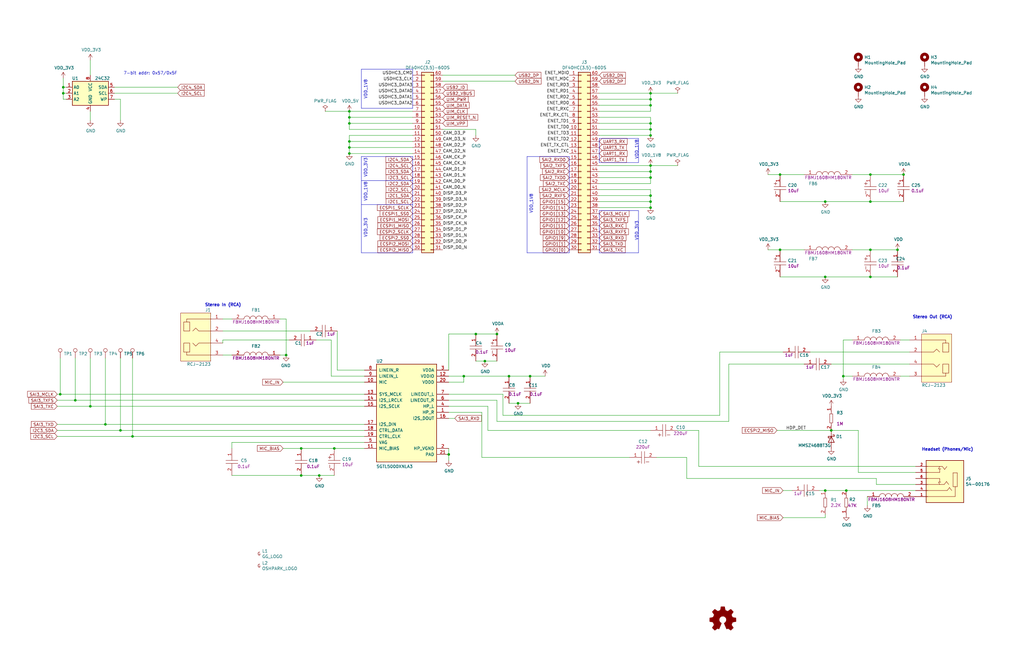
<source format=kicad_sch>
(kicad_sch (version 20230121) (generator eeschema)
  (paper "USLedger")
  (junction (at 55.88 184.15))
  (junction (at 147.32 46.99))
  (junction (at 274.32 69.85))
  (junction (at 328.93 73.66))
  (junction (at 147.32 59.69))
  (junction (at 274.32 82.55))
  (junction (at 218.44 170.18))
  (junction (at 378.46 105.41))
  (junction (at 274.32 57.15))
  (junction (at 367.03 73.66))
  (junction (at 26.67 39.37))
  (junction (at 274.32 72.39))
  (junction (at 195.58 158.75))
  (junction (at 274.32 74.93))
  (junction (at 147.32 64.77))
  (junction (at 134.62 200.66))
  (junction (at 147.32 52.07))
  (junction (at 274.32 39.37))
  (junction (at 381 73.66))
  (junction (at 274.32 44.45))
  (junction (at 347.98 207.01))
  (junction (at 44.45 179.07))
  (junction (at 189.23 191.77))
  (junction (at 356.87 207.01))
  (junction (at 200.66 140.97))
  (junction (at 367.03 105.41))
  (junction (at 147.32 49.53))
  (junction (at 214.63 158.75))
  (junction (at 120.65 149.86))
  (junction (at 50.8 181.61))
  (junction (at 204.47 152.4))
  (junction (at 355.6 158.75))
  (junction (at 328.93 105.41))
  (junction (at 25.4 166.37))
  (junction (at 347.98 85.09))
  (junction (at 274.32 85.09))
  (junction (at 26.67 36.83))
  (junction (at 367.03 116.84))
  (junction (at 350.52 181.61))
  (junction (at 274.32 41.91))
  (junction (at 274.32 52.07))
  (junction (at 367.03 85.09))
  (junction (at 209.55 140.97))
  (junction (at 223.52 158.75))
  (junction (at 274.32 54.61))
  (junction (at 274.32 87.63))
  (junction (at 127 200.66))
  (junction (at 127 189.23))
  (junction (at 147.32 62.23))
  (junction (at 31.75 168.91))
  (junction (at 347.98 116.84))
  (junction (at 38.1 171.45))
  (junction (at 140.97 189.23))
  (wire (pts (xy 189.23 166.37) (xy 212.09 166.37)))
  (wire (pts (xy 38.1 50.8) (xy 38.1 46.99)))
  (wire (pts (xy 212.09 175.26) (xy 303.53 175.26)))
  (wire (pts (xy 303.53 148.59) (xy 330.2 148.59)))
  (wire (pts (xy 355.6 143.51) (xy 355.6 158.75)))
  (wire (pts (xy 274.32 57.15) (xy 274.32 54.61)))
  (polyline (pts (xy 173.99 86.36) (xy 152.4 86.36)))
  (wire (pts (xy 345.44 207.01) (xy 347.98 207.01)))
  (wire (pts (xy 386.08 199.39) (xy 361.95 199.39)))
  (wire (pts (xy 127 200.66) (xy 134.62 200.66)))
  (wire (pts (xy 130.81 139.7) (xy 93.98 139.7)))
  (wire (pts (xy 189.23 176.53) (xy 191.77 176.53)))
  (wire (pts (xy 140.97 189.23) (xy 127 189.23)))
  (wire (pts (xy 139.7 158.75) (xy 139.7 143.51)))
  (wire (pts (xy 139.7 143.51) (xy 133.35 143.51)))
  (wire (pts (xy 195.58 161.29) (xy 195.58 158.75)))
  (polyline (pts (xy 222.25 66.04) (xy 240.03 66.04)))
  (wire (pts (xy 74.93 39.37) (xy 48.26 39.37)))
  (wire (pts (xy 274.32 69.85) (xy 252.73 69.85)))
  (wire (pts (xy 120.65 134.62) (xy 120.65 149.86)))
  (wire (pts (xy 361.95 181.61) (xy 350.52 181.61)))
  (wire (pts (xy 147.32 46.99) (xy 173.99 46.99)))
  (wire (pts (xy 252.73 82.55) (xy 274.32 82.55)))
  (wire (pts (xy 274.32 82.55) (xy 274.32 85.09)))
  (wire (pts (xy 173.99 54.61) (xy 147.32 54.61)))
  (wire (pts (xy 153.67 179.07) (xy 44.45 179.07)))
  (wire (pts (xy 50.8 41.91) (xy 50.8 50.8)))
  (wire (pts (xy 252.73 80.01) (xy 274.32 80.01)))
  (wire (pts (xy 274.32 44.45) (xy 274.32 41.91)))
  (wire (pts (xy 205.74 181.61) (xy 274.32 181.61)))
  (polyline (pts (xy 152.4 29.21) (xy 152.4 45.72)))
  (wire (pts (xy 127 200.66) (xy 97.79 200.66)))
  (wire (pts (xy 173.99 49.53) (xy 147.32 49.53)))
  (wire (pts (xy 93.98 149.86) (xy 97.79 149.86)))
  (wire (pts (xy 369.57 201.93) (xy 369.57 204.47)))
  (wire (pts (xy 127 189.23) (xy 119.38 189.23)))
  (wire (pts (xy 289.56 193.04) (xy 289.56 201.93)))
  (wire (pts (xy 134.62 200.66) (xy 140.97 200.66)))
  (wire (pts (xy 328.93 105.41) (xy 339.09 105.41)))
  (wire (pts (xy 355.6 158.75) (xy 355.6 160.02)))
  (wire (pts (xy 173.99 62.23) (xy 147.32 62.23)))
  (wire (pts (xy 153.67 189.23) (xy 140.97 189.23)))
  (polyline (pts (xy 173.99 66.04) (xy 173.99 106.68)))
  (wire (pts (xy 121.92 143.51) (xy 93.98 143.51)))
  (polyline (pts (xy 252.73 88.9) (xy 252.73 106.68)))
  (wire (pts (xy 359.41 158.75) (xy 355.6 158.75)))
  (wire (pts (xy 48.26 41.91) (xy 50.8 41.91)))
  (wire (pts (xy 50.8 151.13) (xy 50.8 181.61)))
  (wire (pts (xy 195.58 158.75) (xy 214.63 158.75)))
  (polyline (pts (xy 152.4 45.72) (xy 173.99 45.72)))
  (wire (pts (xy 252.73 46.99) (xy 274.32 46.99)))
  (wire (pts (xy 367.03 73.66) (xy 381 73.66)))
  (wire (pts (xy 356.87 207.01) (xy 386.08 207.01)))
  (wire (pts (xy 274.32 74.93) (xy 252.73 74.93)))
  (wire (pts (xy 55.88 184.15) (xy 153.67 184.15)))
  (wire (pts (xy 209.55 152.4) (xy 204.47 152.4)))
  (polyline (pts (xy 269.24 68.58) (xy 252.73 68.58)))
  (wire (pts (xy 285.75 69.85) (xy 274.32 69.85)))
  (wire (pts (xy 26.67 39.37) (xy 26.67 41.91)))
  (wire (pts (xy 274.32 41.91) (xy 252.73 41.91)))
  (wire (pts (xy 330.2 218.44) (xy 347.98 218.44)))
  (wire (pts (xy 93.98 134.62) (xy 97.79 134.62)))
  (wire (pts (xy 203.2 173.99) (xy 189.23 173.99)))
  (wire (pts (xy 347.98 218.44) (xy 347.98 217.17)))
  (wire (pts (xy 217.17 31.75) (xy 186.69 31.75)))
  (wire (pts (xy 218.44 170.18) (xy 223.52 170.18)))
  (wire (pts (xy 205.74 171.45) (xy 205.74 181.61)))
  (wire (pts (xy 209.55 168.91) (xy 209.55 177.8)))
  (wire (pts (xy 24.13 184.15) (xy 55.88 184.15)))
  (wire (pts (xy 25.4 166.37) (xy 24.13 166.37)))
  (polyline (pts (xy 173.99 29.21) (xy 152.4 29.21)))
  (wire (pts (xy 38.1 25.4) (xy 38.1 31.75)))
  (wire (pts (xy 26.67 41.91) (xy 27.94 41.91)))
  (wire (pts (xy 214.63 170.18) (xy 218.44 170.18)))
  (wire (pts (xy 200.66 54.61) (xy 186.69 54.61)))
  (wire (pts (xy 383.54 158.75) (xy 379.73 158.75)))
  (wire (pts (xy 274.32 39.37) (xy 252.73 39.37)))
  (wire (pts (xy 367.03 85.09) (xy 381 85.09)))
  (wire (pts (xy 367.03 116.84) (xy 347.98 116.84)))
  (polyline (pts (xy 269.24 58.42) (xy 269.24 68.58)))
  (wire (pts (xy 252.73 54.61) (xy 274.32 54.61)))
  (wire (pts (xy 74.93 36.83) (xy 48.26 36.83)))
  (wire (pts (xy 147.32 49.53) (xy 147.32 46.99)))
  (wire (pts (xy 118.11 134.62) (xy 120.65 134.62)))
  (wire (pts (xy 203.2 193.04) (xy 203.2 173.99)))
  (wire (pts (xy 142.24 139.7) (xy 142.24 156.21)))
  (wire (pts (xy 252.73 44.45) (xy 274.32 44.45)))
  (wire (pts (xy 383.54 143.51) (xy 379.73 143.51)))
  (wire (pts (xy 285.75 39.37) (xy 274.32 39.37)))
  (wire (pts (xy 209.55 177.8) (xy 307.34 177.8)))
  (wire (pts (xy 347.98 116.84) (xy 328.93 116.84)))
  (wire (pts (xy 328.93 73.66) (xy 323.85 73.66)))
  (wire (pts (xy 341.63 148.59) (xy 383.54 148.59)))
  (wire (pts (xy 367.03 105.41) (xy 378.46 105.41)))
  (wire (pts (xy 173.99 64.77) (xy 147.32 64.77)))
  (wire (pts (xy 147.32 59.69) (xy 147.32 62.23)))
  (wire (pts (xy 328.93 85.09) (xy 347.98 85.09)))
  (wire (pts (xy 153.67 161.29) (xy 119.38 161.29)))
  (polyline (pts (xy 152.4 76.2) (xy 173.99 76.2)))
  (wire (pts (xy 265.43 193.04) (xy 203.2 193.04)))
  (wire (pts (xy 274.32 52.07) (xy 252.73 52.07)))
  (wire (pts (xy 153.67 166.37) (xy 25.4 166.37)))
  (wire (pts (xy 361.95 199.39) (xy 361.95 181.61)))
  (wire (pts (xy 93.98 143.51) (xy 93.98 144.78)))
  (wire (pts (xy 252.73 87.63) (xy 274.32 87.63)))
  (polyline (pts (xy 222.25 106.68) (xy 222.25 66.04)))
  (wire (pts (xy 147.32 54.61) (xy 147.32 52.07)))
  (wire (pts (xy 137.16 46.99) (xy 147.32 46.99)))
  (wire (pts (xy 274.32 87.63) (xy 274.32 85.09)))
  (wire (pts (xy 223.52 158.75) (xy 229.87 158.75)))
  (wire (pts (xy 200.66 57.15) (xy 200.66 54.61)))
  (wire (pts (xy 189.23 140.97) (xy 189.23 156.21)))
  (wire (pts (xy 38.1 171.45) (xy 24.13 171.45)))
  (wire (pts (xy 44.45 151.13) (xy 44.45 179.07)))
  (wire (pts (xy 252.73 49.53) (xy 274.32 49.53)))
  (wire (pts (xy 350.52 153.67) (xy 383.54 153.67)))
  (wire (pts (xy 24.13 168.91) (xy 31.75 168.91)))
  (wire (pts (xy 285.75 181.61) (xy 294.64 181.61)))
  (wire (pts (xy 276.86 193.04) (xy 289.56 193.04)))
  (wire (pts (xy 328.93 105.41) (xy 323.85 105.41)))
  (wire (pts (xy 186.69 34.29) (xy 217.17 34.29)))
  (wire (pts (xy 303.53 175.26) (xy 303.53 148.59)))
  (wire (pts (xy 25.4 151.13) (xy 25.4 166.37)))
  (wire (pts (xy 118.11 149.86) (xy 120.65 149.86)))
  (wire (pts (xy 50.8 181.61) (xy 24.13 181.61)))
  (wire (pts (xy 328.93 73.66) (xy 339.09 73.66)))
  (wire (pts (xy 189.23 168.91) (xy 209.55 168.91)))
  (wire (pts (xy 147.32 62.23) (xy 147.32 64.77)))
  (wire (pts (xy 189.23 158.75) (xy 195.58 158.75)))
  (polyline (pts (xy 152.4 66.04) (xy 152.4 106.68)))
  (wire (pts (xy 294.64 196.85) (xy 386.08 196.85)))
  (wire (pts (xy 153.67 181.61) (xy 50.8 181.61)))
  (wire (pts (xy 289.56 201.93) (xy 369.57 201.93)))
  (wire (pts (xy 204.47 152.4) (xy 200.66 152.4)))
  (wire (pts (xy 38.1 151.13) (xy 38.1 171.45)))
  (polyline (pts (xy 173.99 29.21) (xy 173.99 45.72)))
  (wire (pts (xy 252.73 72.39) (xy 274.32 72.39)))
  (wire (pts (xy 31.75 151.13) (xy 31.75 168.91)))
  (wire (pts (xy 274.32 54.61) (xy 274.32 52.07)))
  (wire (pts (xy 359.41 105.41) (xy 367.03 105.41)))
  (wire (pts (xy 365.76 213.36) (xy 365.76 209.55)))
  (wire (pts (xy 274.32 69.85) (xy 274.32 72.39)))
  (wire (pts (xy 334.01 207.01) (xy 330.2 207.01)))
  (polyline (pts (xy 252.73 106.68) (xy 269.24 106.68)))
  (wire (pts (xy 274.32 74.93) (xy 274.32 77.47)))
  (wire (pts (xy 26.67 36.83) (xy 26.67 39.37)))
  (wire (pts (xy 189.23 140.97) (xy 200.66 140.97)))
  (polyline (pts (xy 240.03 106.68) (xy 222.25 106.68)))
  (polyline (pts (xy 252.73 68.58) (xy 252.73 58.42)))
  (polyline (pts (xy 240.03 66.04) (xy 240.03 106.68)))
  (polyline (pts (xy 152.4 106.68) (xy 173.99 106.68)))
  (wire (pts (xy 252.73 85.09) (xy 274.32 85.09)))
  (wire (pts (xy 274.32 39.37) (xy 274.32 41.91)))
  (wire (pts (xy 173.99 52.07) (xy 147.32 52.07)))
  (wire (pts (xy 153.67 171.45) (xy 38.1 171.45)))
  (wire (pts (xy 97.79 186.69) (xy 97.79 189.23)))
  (wire (pts (xy 142.24 156.21) (xy 153.67 156.21)))
  (wire (pts (xy 347.98 85.09) (xy 367.03 85.09)))
  (wire (pts (xy 189.23 191.77) (xy 189.23 194.31)))
  (wire (pts (xy 359.41 73.66) (xy 367.03 73.66)))
  (wire (pts (xy 26.67 33.02) (xy 26.67 36.83)))
  (wire (pts (xy 274.32 46.99) (xy 274.32 44.45)))
  (wire (pts (xy 347.98 207.01) (xy 356.87 207.01)))
  (wire (pts (xy 153.67 186.69) (xy 97.79 186.69)))
  (wire (pts (xy 294.64 181.61) (xy 294.64 196.85)))
  (polyline (pts (xy 269.24 106.68) (xy 269.24 88.9)))
  (wire (pts (xy 307.34 153.67) (xy 339.09 153.67)))
  (wire (pts (xy 44.45 179.07) (xy 24.13 179.07)))
  (wire (pts (xy 209.55 140.97) (xy 200.66 140.97)))
  (wire (pts (xy 153.67 158.75) (xy 139.7 158.75)))
  (polyline (pts (xy 269.24 88.9) (xy 252.73 88.9)))
  (wire (pts (xy 214.63 158.75) (xy 223.52 158.75)))
  (wire (pts (xy 307.34 177.8) (xy 307.34 153.67)))
  (wire (pts (xy 369.57 204.47) (xy 386.08 204.47)))
  (polyline (pts (xy 173.99 66.04) (xy 152.4 66.04)))
  (wire (pts (xy 27.94 36.83) (xy 26.67 36.83)))
  (wire (pts (xy 252.73 57.15) (xy 274.32 57.15)))
  (wire (pts (xy 31.75 168.91) (xy 153.67 168.91)))
  (wire (pts (xy 359.41 143.51) (xy 355.6 143.51)))
  (wire (pts (xy 173.99 57.15) (xy 147.32 57.15)))
  (wire (pts (xy 147.32 52.07) (xy 147.32 49.53)))
  (wire (pts (xy 189.23 189.23) (xy 189.23 191.77)))
  (wire (pts (xy 189.23 161.29) (xy 195.58 161.29)))
  (wire (pts (xy 350.52 181.61) (xy 327.66 181.61)))
  (wire (pts (xy 27.94 39.37) (xy 26.67 39.37)))
  (wire (pts (xy 212.09 166.37) (xy 212.09 175.26)))
  (polyline (pts (xy 252.73 58.42) (xy 269.24 58.42)))
  (wire (pts (xy 274.32 49.53) (xy 274.32 52.07)))
  (wire (pts (xy 252.73 77.47) (xy 274.32 77.47)))
  (wire (pts (xy 173.99 59.69) (xy 147.32 59.69)))
  (wire (pts (xy 147.32 57.15) (xy 147.32 59.69)))
  (wire (pts (xy 378.46 116.84) (xy 367.03 116.84)))
  (wire (pts (xy 189.23 171.45) (xy 205.74 171.45)))
  (wire (pts (xy 274.32 72.39) (xy 274.32 74.93)))
  (wire (pts (xy 274.32 80.01) (xy 274.32 82.55)))
  (wire (pts (xy 55.88 151.13) (xy 55.88 184.15)))
  (text "7-bit addr: 0x57/0x5F" (at 52.07 31.75 0) (effects (font (size 1.27 1.27)) (justify left bottom)))
  (text "VDD_3V3" (at 154.94 100.33 90) (effects (font (size 1.27 1.27)) (justify left bottom)))
  (text "Headset (Phones/Mic)" (at 388.62 190.5 0) (effects (font (size 1.27 1.27) (thickness 0.254) bold) (justify left bottom)))
  (text "VDD_3V3" (at 154.94 74.93 90) (effects (font (size 1.27 1.27)) (justify left bottom)))
  (text "VDD_1V8" (at 224.79 90.17 90) (effects (font (size 1.27 1.27)) (justify left bottom)))
  (text "VDD_3V3" (at 269.24 101.6 90) (effects (font (size 1.27 1.27)) (justify left bottom)))
  (text "VDD_1V8" (at 154.94 85.09 90) (effects (font (size 1.27 1.27)) (justify left bottom)))
  (text "VDD_1V8" (at 154.94 41.91 90) (effects (font (size 1.27 1.27)) (justify left bottom)))
  (text "VDD_1V8" (at 269.24 67.31 90) (effects (font (size 1.27 1.27)) (justify left bottom)))
  (text "Stereo In (RCA)" (at 86.36 129.54 0) (effects (font (size 1.27 1.27) (thickness 0.254) bold) (justify left bottom)))
  (text "Stereo Out (RCA)" (at 384.81 134.62 0) (effects (font (size 1.27 1.27) (thickness 0.254) bold) (justify left bottom)))
  (label "DISP_D2_N" (at 186.69 90.17 0))
  (label "CAM_D2_N" (at 186.69 64.77 0))
  (label "ENET_RD3" (at 240.03 36.83 180))
  (label "ENET_MDC" (at 240.03 34.29 180))
  (label "USDHC3_DATA0" (at 173.99 39.37 180))
  (label "DISP_D1_P" (at 186.69 97.79 0))
  (label "DISP_D1_N" (at 186.69 100.33 0))
  (label "ENET_MDIO" (at 240.03 31.75 180))
  (label "CAM_D3_P" (at 186.69 57.15 0))
  (label "ENET_RD0" (at 240.03 44.45 180))
  (label "USDHC3_DATA3" (at 173.99 36.83 180))
  (label "CAM_D3_N" (at 186.69 59.69 0))
  (label "USDHC3_CMD" (at 173.99 31.75 180))
  (label "DISP_CK_P" (at 186.69 92.71 0))
  (label "ENET_RD2" (at 240.03 41.91 180))
  (label "ENET_TD0" (at 240.03 54.61 180))
  (label "ENET_RX_CTL" (at 240.03 49.53 180))
  (label "USDHC3_DATA1" (at 173.99 41.91 180))
  (label "USDHC3_DATA2" (at 173.99 44.45 180))
  (label "ENET_TX_CTL" (at 240.03 62.23 180))
  (label "DISP_D3_N" (at 186.69 85.09 0))
  (label "DISP_D3_P" (at 186.69 82.55 0))
  (label "DISP_D0_P" (at 186.69 102.87 0))
  (label "HDP_DET" (at 331.47 181.61 0))
  (label "ENET_TD1" (at 240.03 52.07 180))
  (label "CAM_D0_P" (at 186.69 77.47 0))
  (label "DISP_D0_N" (at 186.69 105.41 0))
  (label "DISP_D2_P" (at 186.69 87.63 0))
  (label "ENET_RD1" (at 240.03 39.37 180))
  (label "ENET_TXC" (at 240.03 64.77 180))
  (label "CAM_D2_P" (at 186.69 62.23 0))
  (label "CAM_CK_P" (at 186.69 67.31 0))
  (label "DISP_CK_N" (at 186.69 95.25 0))
  (label "CAM_D1_N" (at 186.69 74.93 0))
  (label "ENET_RXC" (at 240.03 46.99 180))
  (label "CAM_D1_P" (at 186.69 72.39 0))
  (label "CAM_D0_N" (at 186.69 80.01 0))
  (label "ENET_TD2" (at 240.03 59.69 180))
  (label "USDHC3_CLK" (at 173.99 34.29 180))
  (label "ENET_TD3" (at 240.03 57.15 180))
  (label "CAM_CK_N" (at 186.69 69.85 0))
  (global_label "GPIO1[14]" (shape input) (at 240.03 87.63 180) (property "Intersheetrefs" "${INTERSHEET_REFS}" (effects hide)))
  (global_label "MIC_IN" (shape input) (at 119.38 161.29 180) (property "Intersheetrefs" "${INTERSHEET_REFS}" (effects hide)))
  (global_label "UART3_TX" (shape input) (at 252.73 62.23 0) (property "Intersheetrefs" "${INTERSHEET_REFS}" (effects hide)))
  (global_label "UIM_RESET_N" (shape input) (at 186.69 49.53 0) (property "Intersheetrefs" "${INTERSHEET_REFS}" (effects hide)))
  (global_label "I2C2_SDA" (shape input) (at 173.99 77.47 180) (property "Intersheetrefs" "${INTERSHEET_REFS}" (effects hide)))
  (global_label "SAI3_MCLK" (shape input) (at 252.73 90.17 0) (property "Intersheetrefs" "${INTERSHEET_REFS}" (effects hide)))
  (global_label "ECSPI2_SCLK" (shape input) (at 173.99 97.79 180) (property "Intersheetrefs" "${INTERSHEET_REFS}" (effects hide)))
  (global_label "I2C3_SDA" (shape input) (at 173.99 72.39 180) (property "Intersheetrefs" "${INTERSHEET_REFS}" (effects hide)))
  (global_label "GPIO1[12]" (shape input) (at 240.03 92.71 180) (property "Intersheetrefs" "${INTERSHEET_REFS}" (effects hide)))
  (global_label "I2C3_SCL" (shape input) (at 24.13 184.15 180) (property "Intersheetrefs" "${INTERSHEET_REFS}" (effects hide)))
  (global_label "UART1_TX" (shape input) (at 252.73 67.31 0) (property "Intersheetrefs" "${INTERSHEET_REFS}" (effects hide)))
  (global_label "I2C4_SCL" (shape input) (at 74.93 39.37 0) (property "Intersheetrefs" "${INTERSHEET_REFS}" (effects hide)))
  (global_label "ECSPI1_SCLK" (shape input) (at 173.99 87.63 180) (property "Intersheetrefs" "${INTERSHEET_REFS}" (effects hide)))
  (global_label "ECSPI2_MOSI" (shape input) (at 173.99 102.87 180) (property "Intersheetrefs" "${INTERSHEET_REFS}" (effects hide)))
  (global_label "SAI2_RXFS" (shape input) (at 240.03 82.55 180) (property "Intersheetrefs" "${INTERSHEET_REFS}" (effects hide)))
  (global_label "I2C3_SCL" (shape input) (at 173.99 74.93 180) (property "Intersheetrefs" "${INTERSHEET_REFS}" (effects hide)))
  (global_label "SAI3_RXD" (shape input) (at 191.77 176.53 0) (property "Intersheetrefs" "${INTERSHEET_REFS}" (effects hide)))
  (global_label "SAI3_TXC" (shape input) (at 252.73 105.41 0) (property "Intersheetrefs" "${INTERSHEET_REFS}" (effects hide)))
  (global_label "SAI2_RXD0" (shape input) (at 240.03 67.31 180) (property "Intersheetrefs" "${INTERSHEET_REFS}" (effects hide)))
  (global_label "I2C4_SDA" (shape input) (at 74.93 36.83 0) (property "Intersheetrefs" "${INTERSHEET_REFS}" (effects hide)))
  (global_label "USB2_DP" (shape input) (at 217.17 31.75 0) (property "Intersheetrefs" "${INTERSHEET_REFS}" (effects hide)))
  (global_label "USB2_DN" (shape input) (at 217.17 34.29 0) (property "Intersheetrefs" "${INTERSHEET_REFS}" (effects hide)))
  (global_label "SAI3_TXD" (shape input) (at 252.73 102.87 0) (property "Intersheetrefs" "${INTERSHEET_REFS}" (effects hide)))
  (global_label "SAI2_RXC" (shape input) (at 240.03 72.39 180) (property "Intersheetrefs" "${INTERSHEET_REFS}" (effects hide)))
  (global_label "I2C2_SCL" (shape input) (at 173.99 80.01 180) (property "Intersheetrefs" "${INTERSHEET_REFS}" (effects hide)))
  (global_label "SAI3_RXC" (shape input) (at 252.73 95.25 0) (property "Intersheetrefs" "${INTERSHEET_REFS}" (effects hide)))
  (global_label "GPIO1[11]" (shape input) (at 240.03 95.25 180) (property "Intersheetrefs" "${INTERSHEET_REFS}" (effects hide)))
  (global_label "SAI3_MCLK" (shape input) (at 24.13 166.37 180) (property "Intersheetrefs" "${INTERSHEET_REFS}" (effects hide)))
  (global_label "MIC_IN" (shape input) (at 330.2 207.01 180) (property "Intersheetrefs" "${INTERSHEET_REFS}" (effects hide)))
  (global_label "SAI2_TXFS" (shape input) (at 240.03 69.85 180) (property "Intersheetrefs" "${INTERSHEET_REFS}" (effects hide)))
  (global_label "I2C4_SDA" (shape input) (at 173.99 67.31 180) (property "Intersheetrefs" "${INTERSHEET_REFS}" (effects hide)))
  (global_label "UART3_RX" (shape input) (at 252.73 59.69 0) (property "Intersheetrefs" "${INTERSHEET_REFS}" (effects hide)))
  (global_label "SAI3_TXD" (shape input) (at 24.13 179.07 180) (property "Intersheetrefs" "${INTERSHEET_REFS}" (effects hide)))
  (global_label "UIM_VPP" (shape input) (at 186.69 52.07 0) (property "Intersheetrefs" "${INTERSHEET_REFS}" (effects hide)))
  (global_label "GPIO1[15]" (shape input) (at 240.03 85.09 180) (property "Intersheetrefs" "${INTERSHEET_REFS}" (effects hide)))
  (global_label "SAI3_TXC" (shape input) (at 24.13 171.45 180) (property "Intersheetrefs" "${INTERSHEET_REFS}" (effects hide)))
  (global_label "USB2_DP" (shape input) (at 252.73 34.29 0) (property "Intersheetrefs" "${INTERSHEET_REFS}" (effects hide)))
  (global_label "SAI3_TXFS" (shape input) (at 252.73 92.71 0) (property "Intersheetrefs" "${INTERSHEET_REFS}" (effects hide)))
  (global_label "GPIO1[13]" (shape input) (at 240.03 90.17 180) (property "Intersheetrefs" "${INTERSHEET_REFS}" (effects hide)))
  (global_label "MIC_BIAS" (shape input) (at 330.2 218.44 180) (property "Intersheetrefs" "${INTERSHEET_REFS}" (effects hide)))
  (global_label "UART1_RX" (shape input) (at 252.73 64.77 0) (property "Intersheetrefs" "${INTERSHEET_REFS}" (effects hide)))
  (global_label "ECSPI2_MISO" (shape input) (at 327.66 181.61 180) (property "Intersheetrefs" "${INTERSHEET_REFS}" (effects hide)))
  (global_label "SAI2_TXD0" (shape input) (at 240.03 74.93 180) (property "Intersheetrefs" "${INTERSHEET_REFS}" (effects hide)))
  (global_label "ECSPI1_MOSI" (shape input) (at 173.99 92.71 180) (property "Intersheetrefs" "${INTERSHEET_REFS}" (effects hide)))
  (global_label "ECSPI1_SS0" (shape input) (at 173.99 90.17 180) (property "Intersheetrefs" "${INTERSHEET_REFS}" (effects hide)))
  (global_label "UIM_CLK" (shape input) (at 186.69 46.99 0) (property "Intersheetrefs" "${INTERSHEET_REFS}" (effects hide)))
  (global_label "I2C4_SCL" (shape input) (at 173.99 69.85 180) (property "Intersheetrefs" "${INTERSHEET_REFS}" (effects hide)))
  (global_label "SAI2_MCLK" (shape input) (at 240.03 80.01 180) (property "Intersheetrefs" "${INTERSHEET_REFS}" (effects hide)))
  (global_label "GPIO1[1]" (shape input) (at 240.03 102.87 180) (property "Intersheetrefs" "${INTERSHEET_REFS}" (effects hide)))
  (global_label "GPIO1[9]" (shape input) (at 240.03 100.33 180) (property "Intersheetrefs" "${INTERSHEET_REFS}" (effects hide)))
  (global_label "ECSPI2_SS0" (shape input) (at 173.99 100.33 180) (property "Intersheetrefs" "${INTERSHEET_REFS}" (effects hide)))
  (global_label "I2C3_SDA" (shape input) (at 24.13 181.61 180) (property "Intersheetrefs" "${INTERSHEET_REFS}" (effects hide)))
  (global_label "ECSPI2_MISO" (shape input) (at 173.99 105.41 180) (property "Intersheetrefs" "${INTERSHEET_REFS}" (effects hide)))
  (global_label "UIM_DATA" (shape input) (at 186.69 44.45 0) (property "Intersheetrefs" "${INTERSHEET_REFS}" (effects hide)))
  (global_label "MIC_BIAS" (shape input) (at 119.38 189.23 180) (property "Intersheetrefs" "${INTERSHEET_REFS}" (effects hide)))
  (global_label "USB2_DN" (shape input) (at 252.73 31.75 0) (property "Intersheetrefs" "${INTERSHEET_REFS}" (effects hide)))
  (global_label "I2C1_SCL" (shape input) (at 173.99 85.09 180) (property "Intersheetrefs" "${INTERSHEET_REFS}" (effects hide)))
  (global_label "ECSPI1_MISO" (shape input) (at 173.99 95.25 180) (property "Intersheetrefs" "${INTERSHEET_REFS}" (effects hide)))
  (global_label "GPIO1[0]" (shape input) (at 240.03 105.41 180) (property "Intersheetrefs" "${INTERSHEET_REFS}" (effects hide)))
  (global_label "USB2_VBUS" (shape input) (at 186.69 39.37 0) (property "Intersheetrefs" "${INTERSHEET_REFS}" (effects hide)))
  (global_label "GPIO1[10]" (shape input) (at 240.03 97.79 180) (property "Intersheetrefs" "${INTERSHEET_REFS}" (effects hide)))
  (global_label "SAI3_TXFS" (shape input) (at 24.13 168.91 180) (property "Intersheetrefs" "${INTERSHEET_REFS}" (effects hide)))
  (global_label "SAI3_RXFS" (shape input) (at 252.73 97.79 0) (property "Intersheetrefs" "${INTERSHEET_REFS}" (effects hide)))
  (global_label "UIM_PWR" (shape input) (at 186.69 41.91 0) (property "Intersheetrefs" "${INTERSHEET_REFS}" (effects hide)))
  (global_label "USB2_ID" (shape input) (at 186.69 36.83 0) (property "Intersheetrefs" "${INTERSHEET_REFS}" (effects hide)))
  (global_label "I2C1_SDA" (shape input) (at 173.99 82.55 180) (property "Intersheetrefs" "${INTERSHEET_REFS}" (effects hide)))
  (global_label "SAI3_RXD" (shape input) (at 252.73 100.33 0) (property "Intersheetrefs" "${INTERSHEET_REFS}" (effects hide)))
  (global_label "SAI2_TXC" (shape input) (at 240.03 77.47 180) (property "Intersheetrefs" "${INTERSHEET_REFS}" (effects hide)))
  (symbol (lib_id "kimchi_ulid-rescue:24LC16-Memory_EEPROM") (at 38.1 39.37 0) (unit 1)
    (property "Reference" "U1" (at 31.75 33.02 0))
    (property "Value" "24C32" (at 43.18 33.02 0))
    (property "Footprint" "Package_DFN_QFN:DFN-8-1EP_3x2mm_P0.5mm_EP1.36x1.46mm" (effects hide))
    (property "Datasheet" "http://www.st.com/content/ccc/resource/technical/document/datasheet/80/4e/8c/54/f2/63/4c/4a/CD00001012.pdf/files/CD00001012.pdf/jcr:content/translations/en.CD00001012.pdf" (effects hide))
    (property "Mfgr" "ST" (effects hide))
    (property "Part" "M24C32-FMC6TG" (effects hide))
    (property "Vendorpart" "497-15757-1-ND" (effects hide))
  )
  (symbol (lib_id "kimchi_ulid-rescue:GND-power") (at 38.1 50.8 0) (unit 1)
    (property "Reference" "#PWR03" (effects hide))
    (property "Value" "GND" (at 38.227 55.1942 0))
  )
  (symbol (lib_id "kimchi_ulid-rescue:GND-power") (at 50.8 50.8 0) (unit 1)
    (property "Reference" "#PWR04" (effects hide))
    (property "Value" "GND" (at 50.927 55.1942 0))
  )
  (symbol (lib_id "kimchi_ulid-rescue:Conn_02x30_Counter_Clockwise-Connector_Generic") (at 245.11 67.31 0) (unit 1)
    (property "Reference" "J3" (at 246.38 26.2382 0))
    (property "Value" "DF40HC(3.5)-60DS" (at 246.38 28.5496 0))
    (property "Footprint" "kimchi_ulid:DF40HC(3.5)-60DS" (effects hide))
  )
  (symbol (lib_id "kimchi_ulid-rescue:GND-power") (at 200.66 57.15 0) (unit 1)
    (property "Reference" "#PWR010" (effects hide))
    (property "Value" "GND" (at 200.787 61.5442 0))
  )
  (symbol (lib_id "kimchi_ulid:VDD_5V") (at 147.32 46.99 0) (unit 1)
    (property "Reference" "#PWR06" (effects hide))
    (property "Value" "VDD_5V" (at 147.701 42.5958 0))
  )
  (symbol (lib_id "kimchi_ulid-rescue:GND-power") (at 147.32 64.77 0) (unit 1)
    (property "Reference" "#PWR07" (effects hide))
    (property "Value" "GND" (at 147.447 69.1642 0))
  )
  (symbol (lib_id "kimchi_ulid:VDD_1V8") (at 274.32 69.85 0) (unit 1)
    (property "Reference" "#PWR020" (effects hide))
    (property "Value" "VDD_1V8" (at 274.701 65.4558 0))
  )
  (symbol (lib_id "kimchi_ulid-rescue:GND-power") (at 274.32 87.63 0) (unit 1)
    (property "Reference" "#PWR021" (effects hide))
    (property "Value" "GND" (at 274.447 92.0242 0))
  )
  (symbol (lib_id "kimchi_ulid:VDD_3V3") (at 274.32 39.37 0) (unit 1)
    (property "Reference" "#PWR018" (effects hide))
    (property "Value" "VDD_3V3" (at 274.701 34.9758 0))
  )
  (symbol (lib_id "kimchi_ulid-rescue:GND-power") (at 274.32 57.15 0) (unit 1)
    (property "Reference" "#PWR019" (effects hide))
    (property "Value" "GND" (at 274.447 61.5442 0))
  )
  (symbol (lib_id "kimchi_ulid-rescue:Conn_02x30_Counter_Clockwise-Connector_Generic") (at 179.07 67.31 0) (unit 1)
    (property "Reference" "J2" (at 180.34 26.2382 0))
    (property "Value" "DF40HC(3.5)-60DS" (at 180.34 28.5496 0))
    (property "Footprint" "kimchi_ulid:DF40HC(3.5)-60DS" (effects hide))
  )
  (symbol (lib_id "kimchi_ulid:VDD_3V3") (at 38.1 25.4 0) (unit 1)
    (property "Reference" "#PWR02" (effects hide))
    (property "Value" "VDD_3V3" (at 38.481 21.0058 0))
  )
  (symbol (lib_id "kimchi_ulid:VDD_3V3") (at 26.67 33.02 0) (unit 1)
    (property "Reference" "#PWR01" (effects hide))
    (property "Value" "VDD_3V3" (at 27.051 28.6258 0))
  )
  (symbol (lib_id "kimchi_ulid-rescue:PWR_FLAG-power") (at 137.16 46.99 0) (unit 1)
    (property "Reference" "#FLG01" (effects hide))
    (property "Value" "PWR_FLAG" (at 137.16 42.5958 0))
  )
  (symbol (lib_id "kimchi_ulid-rescue:PWR_FLAG-power") (at 285.75 39.37 0) (unit 1)
    (property "Reference" "#FLG02" (effects hide))
    (property "Value" "PWR_FLAG" (at 285.75 34.9758 0))
  )
  (symbol (lib_id "kimchi_ulid-rescue:PWR_FLAG-power") (at 285.75 69.85 0) (unit 1)
    (property "Reference" "#FLG03" (effects hide))
    (property "Value" "PWR_FLAG" (at 285.75 65.4558 0))
  )
  (symbol (lib_id "kimchi_ulid-rescue:MountingHole_Pad-Mechanical") (at 361.95 25.4 0) (unit 1)
    (property "Reference" "H1" (at 364.49 24.1554 0) (effects (justify left)))
    (property "Value" "MountingHole_Pad" (at 364.49 26.4668 0) (effects (justify left)))
    (property "Footprint" "kimchi_ulid:MountingHole_3mm_Pad" (effects hide))
  )
  (symbol (lib_id "kimchi_ulid-rescue:MountingHole_Pad-Mechanical") (at 361.95 38.1 0) (unit 1)
    (property "Reference" "H2" (at 364.49 36.8554 0) (effects (justify left)))
    (property "Value" "MountingHole_Pad" (at 364.49 39.1668 0) (effects (justify left)))
    (property "Footprint" "kimchi_ulid:MountingHole_3mm_Pad" (effects hide))
  )
  (symbol (lib_id "kimchi_ulid-rescue:MountingHole_Pad-Mechanical") (at 389.89 25.4 0) (unit 1)
    (property "Reference" "H3" (at 392.43 24.1554 0) (effects (justify left)))
    (property "Value" "MountingHole_Pad" (at 392.43 26.4668 0) (effects (justify left)))
    (property "Footprint" "kimchi_ulid:MountingHole_3mm_Pad" (effects hide))
  )
  (symbol (lib_id "kimchi_ulid-rescue:MountingHole_Pad-Mechanical") (at 389.89 38.1 0) (unit 1)
    (property "Reference" "H4" (at 392.43 36.8554 0) (effects (justify left)))
    (property "Value" "MountingHole_Pad" (at 392.43 39.1668 0) (effects (justify left)))
    (property "Footprint" "kimchi_ulid:MountingHole_3mm_Pad" (effects hide))
  )
  (symbol (lib_id "kimchi_ulid-rescue:GND-power") (at 361.95 27.94 0) (unit 1)
    (property "Reference" "#PWR026" (effects hide))
    (property "Value" "GND" (at 362.077 32.3342 0))
  )
  (symbol (lib_id "kimchi_ulid-rescue:GND-power") (at 361.95 40.64 0) (unit 1)
    (property "Reference" "#PWR027" (effects hide))
    (property "Value" "GND" (at 362.077 45.0342 0))
  )
  (symbol (lib_id "kimchi_ulid-rescue:GND-power") (at 389.89 27.94 0) (unit 1)
    (property "Reference" "#PWR029" (effects hide))
    (property "Value" "GND" (at 390.017 32.3342 0))
  )
  (symbol (lib_id "kimchi_ulid-rescue:GND-power") (at 389.89 40.64 0) (unit 1)
    (property "Reference" "#PWR030" (effects hide))
    (property "Value" "GND" (at 390.017 45.0342 0))
  )
  (symbol (lib_id "kimchi_ulid-rescue:Logo_Open_Hardware_Small-Graphic") (at 304.8 261.62 0) (unit 1)
    (property "Reference" "LOGO1" (effects hide))
    (property "Value" "Logo_Open_Hardware_Small" (effects hide))
    (property "Footprint" "Symbol:OSHW-Logo_5.7x6mm_SilkScreen" (effects hide))
  )
  (symbol (lib_id "kimchi_ulid:T491A105K010AT") (at 339.09 207.01 0) (unit 1)
    (property "Reference" "C15" (at 341.63 208.28 0))
    (property "Value" "T491A105K010AT" (effects hide))
    (property "Footprint" "kimchi_ulid:C1206" (effects hide))
    (property "Datasheet" "https://www.digikey.com/htmldatasheets/production/2487974/0/0/1/t491-series.html" (effects hide))
    (property "Cost QTY: 1" "0.30000" (effects hide))
    (property "Cost QTY: 1000" "0.07980" (effects hide))
    (property "Cost QTY: 2500" "*" (effects hide))
    (property "Cost QTY: 5000" "*" (effects hide))
    (property "Cost QTY: 10000" "0.06720" (effects hide))
    (property "MFR" "KEMET" (effects hide))
    (property "MFR#" "T491A105K010AT" (effects hide))
    (property "Vendor" "Digikey" (effects hide))
    (property "Vendor #" "399-9449-2-ND" (effects hide))
    (property "Designer" "AVR" (effects hide))
    (property "Height" "0.55mm" (effects hide))
    (property "Date Created" "12/9/2020" (effects hide))
    (property "Date Modified" "12/9/2020" (effects hide))
    (property "Lead-Free ?" "Yes" (effects hide))
    (property "RoHS Levels" "1" (effects hide))
    (property "Mounting" "SMT" (effects hide))
    (property "Pin Count #" "2" (effects hide))
    (property "Status" "Active" (effects hide))
    (property "Tolerance" "10%" (effects hide))
    (property "Type" "Ceramic Cap" (effects hide))
    (property "Voltage" "10V" (effects hide))
    (property "Package" "1206" (effects hide))
    (property "Description" "1µF Molded Tantalum Capacitors 10V 1206 (3216 Metric) " (effects hide))
    (property "_Value_" "1uF" (at 336.55 208.28 0))
    (property "Management_ID" "*" (effects hide))
  )
  (symbol (lib_id "kimchi_ulid-rescue:GND-power") (at 365.76 213.36 0) (unit 1)
    (property "Reference" "#PWR028" (effects hide))
    (property "Value" "GND" (at 365.887 217.7542 0))
  )
  (symbol (lib_id "kimchi_ulid:C0402C104K9PACTU") (at 200.66 146.05 270) (unit 1)
    (property "Reference" "C4" (at 201.93 144.78 90))
    (property "Value" "C0402C104K9PACTU" (effects hide))
    (property "Footprint" "kimchi_ulid:C0402" (effects hide))
    (property "Datasheet" "https://content.kemet.com/datasheets/KEM_C1006_X5R_SMD.pdf" (effects hide))
    (property "Cost QTY: 1" "0.10000" (effects hide))
    (property "Cost QTY: 1000" "0.01139" (effects hide))
    (property "Cost QTY: 2500" "0.01035" (effects hide))
    (property "Cost QTY: 5000" "0.00952" (effects hide))
    (property "Cost QTY: 10000" "0.00756" (effects hide))
    (property "MFR" "KEMET" (effects hide))
    (property "MFR#" "C0402C104K9PACTU" (effects hide))
    (property "Vendor" "Digikey" (effects hide))
    (property "Vendor #" "399-3026-6-ND" (effects hide))
    (property "Designer" "AVR" (effects hide))
    (property "Height" "0.55mm" (effects hide))
    (property "Date Created" "12/7/2019" (effects hide))
    (property "Date Modified" "12/7/2019" (effects hide))
    (property "Lead-Free ?" "Yes" (effects hide))
    (property "RoHS Levels" "1" (effects hide))
    (property "Mounting" "SMT" (effects hide))
    (property "Pin Count #" "2" (effects hide))
    (property "Status" "Active" (effects hide))
    (property "Tolerance" "10%" (effects hide))
    (property "Type" "Ceramic Cap" (effects hide))
    (property "Voltage" "6.3V" (effects hide))
    (property "Package" "0402" (effects hide))
    (property "Description" "0.1µF ±10% 6.3V Ceramic Capacitor X5R 0402 (1005 Metric)" (effects hide))
    (property "_Value_" "0.1uF" (at 203.2 148.59 90))
    (property "Management_ID" "*" (effects hide))
  )
  (symbol (lib_id "kimchi_ulid-rescue:GND-power") (at 189.23 194.31 0) (unit 1)
    (property "Reference" "#PWR08" (effects hide))
    (property "Value" "GND" (at 189.357 198.7042 0))
  )
  (symbol (lib_id "kimchi_ulid:T491A105K010AT") (at 137.16 139.7 0) (mirror y) (unit 1)
    (property "Reference" "C2" (at 134.62 140.97 0))
    (property "Value" "T491A105K010AT" (effects hide))
    (property "Footprint" "kimchi_ulid:C1206" (effects hide))
    (property "Datasheet" "https://www.digikey.com/htmldatasheets/production/2487974/0/0/1/t491-series.html" (effects hide))
    (property "Cost QTY: 1" "0.30000" (effects hide))
    (property "Cost QTY: 1000" "0.07980" (effects hide))
    (property "Cost QTY: 2500" "*" (effects hide))
    (property "Cost QTY: 5000" "*" (effects hide))
    (property "Cost QTY: 10000" "0.06720" (effects hide))
    (property "MFR" "KEMET" (effects hide))
    (property "MFR#" "T491A105K010AT" (effects hide))
    (property "Vendor" "Digikey" (effects hide))
    (property "Vendor #" "399-9449-2-ND" (effects hide))
    (property "Designer" "AVR" (effects hide))
    (property "Height" "0.55mm" (effects hide))
    (property "Date Created" "12/9/2020" (effects hide))
    (property "Date Modified" "12/9/2020" (effects hide))
    (property "Lead-Free ?" "Yes" (effects hide))
    (property "RoHS Levels" "1" (effects hide))
    (property "Mounting" "SMT" (effects hide))
    (property "Pin Count #" "2" (effects hide))
    (property "Status" "Active" (effects hide))
    (property "Tolerance" "10%" (effects hide))
    (property "Type" "Ceramic Cap" (effects hide))
    (property "Voltage" "10V" (effects hide))
    (property "Package" "1206" (effects hide))
    (property "Description" "1µF Molded Tantalum Capacitors 10V 1206 (3216 Metric) " (effects hide))
    (property "_Value_" "1uF" (at 139.7 140.97 0))
    (property "Management_ID" "*" (effects hide))
  )
  (symbol (lib_id "kimchi_ulid:T491A105K010AT") (at 128.27 143.51 0) (mirror y) (unit 1)
    (property "Reference" "C1" (at 125.73 144.78 0))
    (property "Value" "T491A105K010AT" (effects hide))
    (property "Footprint" "kimchi_ulid:C1206" (effects hide))
    (property "Datasheet" "https://www.digikey.com/htmldatasheets/production/2487974/0/0/1/t491-series.html" (effects hide))
    (property "Cost QTY: 1" "0.30000" (effects hide))
    (property "Cost QTY: 1000" "0.07980" (effects hide))
    (property "Cost QTY: 2500" "*" (effects hide))
    (property "Cost QTY: 5000" "*" (effects hide))
    (property "Cost QTY: 10000" "0.06720" (effects hide))
    (property "MFR" "KEMET" (effects hide))
    (property "MFR#" "T491A105K010AT" (effects hide))
    (property "Vendor" "Digikey" (effects hide))
    (property "Vendor #" "399-9449-2-ND" (effects hide))
    (property "Designer" "AVR" (effects hide))
    (property "Height" "0.55mm" (effects hide))
    (property "Date Created" "12/9/2020" (effects hide))
    (property "Date Modified" "12/9/2020" (effects hide))
    (property "Lead-Free ?" "Yes" (effects hide))
    (property "RoHS Levels" "1" (effects hide))
    (property "Mounting" "SMT" (effects hide))
    (property "Pin Count #" "2" (effects hide))
    (property "Status" "Active" (effects hide))
    (property "Tolerance" "10%" (effects hide))
    (property "Type" "Ceramic Cap" (effects hide))
    (property "Voltage" "10V" (effects hide))
    (property "Package" "1206" (effects hide))
    (property "Description" "1µF Molded Tantalum Capacitors 10V 1206 (3216 Metric) " (effects hide))
    (property "_Value_" "1uF" (at 130.81 144.78 0))
    (property "Management_ID" "*" (effects hide))
  )
  (symbol (lib_id "kimchi_ulid:54-00176") (at 406.4 212.09 180) (unit 1)
    (property "Reference" "J5" (at 407.162 202.0316 0) (effects (justify right)))
    (property "Value" "54-00176" (at 407.162 204.343 0) (effects (justify right)))
    (property "Footprint" "kimchi_ulid:54-00176" (effects hide))
    (property "Datasheet" "http://www.kycon.com/2013Catalogpage/USB/KUSBX.pdf" (effects hide))
    (property "Cost QTY: 1" "0.91000" (effects hide))
    (property "Cost QTY: 1000" "0.49600" (effects hide))
    (property "Cost QTY: 3000" "0.44950" (effects hide))
    (property "Cost QTY: 5000" "0.43400" (effects hide))
    (property "Cost QTY: 10000" "0.41230" (effects hide))
    (property "MFR" "Tensility International Corp" (effects hide))
    (property "MFR#" "54-00176" (effects hide))
    (property "Vendor" "Digikey" (effects hide))
    (property "Vendor #" "839-54-00176TR-ND" (effects hide))
    (property "Designer" "AVR" (effects hide))
    (property "Height" "4mm" (effects hide))
    (property "Date Created" "12/8/2020" (effects hide))
    (property "Date Modified" "12/8/2020" (effects hide))
    (property "Lead-Free ?" "Yes" (effects hide))
    (property "RoHS Levels" "1" (effects hide))
    (property "Mounting" "ThroughHole Right Angle" (effects hide))
    (property "Pin Count #" "6" (effects hide))
    (property "Status" "Active" (effects hide))
    (property "Tolerance" "*" (effects hide))
    (property "Type" "3.5mm Audio" (effects hide))
    (property "Voltage" "*" (effects hide))
    (property "Package" "3.5mm Audio" (effects hide))
    (property "Description" "3.50mm (0.141\", 1/8\", Mini Plug) - Headphone Phone Jack Stereo (4 Conductor, TRRS) Connector Solder" (effects hide))
    (property "_Value_" "54-00176" (effects hide))
    (property "Management_ID" "*" (effects hide))
  )
  (symbol (lib_id "kimchi_ulid:RCJ-2123") (at 88.9 132.08 0) (mirror y) (unit 1)
    (property "Reference" "J1" (at 88.9 130.81 0) (effects (justify left)))
    (property "Value" "RCJ-2123" (at 88.9 153.67 0) (effects (justify left)))
    (property "Footprint" "kimchi_ulid:RCJ-2123" (effects hide))
    (property "Datasheet" "https://www.cuidevices.com/product/resource/digikeypdf/rcj-21xx.pdf" (effects hide))
    (property "Cost QTY: 1" "1.67000" (effects hide))
    (property "Cost QTY: 1000" "0.93000" (effects hide))
    (property "Cost QTY: 2500" "0.86800" (effects hide))
    (property "Cost QTY: 5000" "*" (effects hide))
    (property "Cost QTY: 10000" "*" (effects hide))
    (property "MFR" "CUI Devices" (effects hide))
    (property "MFR#" "RCJ-2123" (effects hide))
    (property "Vendor" "Digikey" (effects hide))
    (property "Vendor #" "CP-1432-ND" (effects hide))
    (property "Designer" "AVR" (effects hide))
    (property "Height" "5.12mm" (effects hide))
    (property "Date Created" "12/14/2020" (effects hide))
    (property "Date Modified" "12/14/2020" (effects hide))
    (property "Lead-Free ?" "Yes" (effects hide))
    (property "RoHS Levels" "1" (effects hide))
    (property "Mounting" "ThroughHole Right Angle" (effects hide))
    (property "Pin Count #" "4" (effects hide))
    (property "Status" "Active" (effects hide))
    (property "Tolerance" "*" (effects hide))
    (property "Type" "RCA Jack" (effects hide))
    (property "Voltage" "24VDC" (effects hide))
    (property "Package" "*" (effects hide))
    (property "Description" "3.20mm ID, 9.00mm OD (RCA) Phono (RCA) Jack Mono Connector Solder" (effects hide))
    (property "_Value_" "RCJ-2123" (effects hide))
    (property "Management_ID" "*" (effects hide))
  )
  (symbol (lib_id "kimchi_ulid:RCJ-2123") (at 388.62 140.97 0) (unit 1)
    (property "Reference" "J4" (at 388.62 139.7 0) (effects (justify left)))
    (property "Value" "RCJ-2123" (at 388.62 162.56 0) (effects (justify left)))
    (property "Footprint" "kimchi_ulid:RCJ-2123" (effects hide))
    (property "Datasheet" "https://www.cuidevices.com/product/resource/digikeypdf/rcj-21xx.pdf" (effects hide))
    (property "Cost QTY: 1" "1.67000" (effects hide))
    (property "Cost QTY: 1000" "0.93000" (effects hide))
    (property "Cost QTY: 2500" "0.86800" (effects hide))
    (property "Cost QTY: 5000" "*" (effects hide))
    (property "Cost QTY: 10000" "*" (effects hide))
    (property "MFR" "CUI Devices" (effects hide))
    (property "MFR#" "RCJ-2123" (effects hide))
    (property "Vendor" "Digikey" (effects hide))
    (property "Vendor #" "CP-1432-ND" (effects hide))
    (property "Designer" "AVR" (effects hide))
    (property "Height" "5.12mm" (effects hide))
    (property "Date Created" "12/14/2020" (effects hide))
    (property "Date Modified" "12/14/2020" (effects hide))
    (property "Lead-Free ?" "Yes" (effects hide))
    (property "RoHS Levels" "1" (effects hide))
    (property "Mounting" "ThroughHole Right Angle" (effects hide))
    (property "Pin Count #" "4" (effects hide))
    (property "Status" "Active" (effects hide))
    (property "Tolerance" "*" (effects hide))
    (property "Type" "RCA Jack" (effects hide))
    (property "Voltage" "24VDC" (effects hide))
    (property "Package" "*" (effects hide))
    (property "Description" "3.20mm ID, 9.00mm OD (RCA) Phono (RCA) Jack Mono Connector Solder" (effects hide))
    (property "_Value_" "RCJ-2123" (effects hide))
    (property "Management_ID" "*" (effects hide))
  )
  (symbol (lib_id "kimchi_ulid:RC0402JR-072K2L") (at 347.98 212.09 270) (unit 1)
    (property "Reference" "R1" (at 350.2152 210.9216 90) (effects (justify left)))
    (property "Value" "RC0402JR-072K2L" (effects hide))
    (property "Footprint" "AVR-KiCAD-Lib-Resistors:R0402" (effects hide))
    (property "Datasheet" "https://www.yageo.com/upload/media/product/productsearch/datasheet/rchip/PYu-RC_Group_51_RoHS_L_11.pdf" (effects hide))
    (property "Cost QTY: 1" "0.10000" (effects hide))
    (property "Cost QTY: 1000" "0.00212" (effects hide))
    (property "Cost QTY: 2500" "0.00184" (effects hide))
    (property "Cost QTY: 5000" "0.00152" (effects hide))
    (property "Cost QTY: 10000" "0.00132" (effects hide))
    (property "MFR" "Yageo" (effects hide))
    (property "MFR#" "RC0402JR-072K2L" (effects hide))
    (property "Vendor" "Digikey" (effects hide))
    (property "Vendor #" "311-2.2KJRCT-ND" (effects hide))
    (property "Designer" "AVR" (effects hide))
    (property "Height" "0.4mm" (effects hide))
    (property "Date Created" "12/10/2020" (effects hide))
    (property "Date Modified" "12/10/2020" (effects hide))
    (property "Lead-Free ?" "Yes" (effects hide))
    (property "RoHS Levels" "1" (effects hide))
    (property "Mounting" "SMT" (effects hide))
    (property "Pin Count #" "2" (effects hide))
    (property "Status" "Active" (effects hide))
    (property "Tolerance" "1%" (effects hide))
    (property "Type" "Thick Film Resistor" (effects hide))
    (property "Voltage" "*" (effects hide))
    (property "Package" "0402" (effects hide))
    (property "_Value_" "2.2K" (at 350.2152 213.233 90) (effects (justify left)))
    (property "Management_ID" "*" (effects hide))
    (property "Description" "2.2 kOhms ±5% 0.063W, 1/16W Chip Resistor 0402 (1005 Metric)  Thick Film" (effects hide))
  )
  (symbol (lib_id "kimchi_ulid:C0402C104K9PACTU") (at 214.63 163.83 270) (unit 1)
    (property "Reference" "C8" (at 215.9 162.56 90))
    (property "Value" "C0402C104K9PACTU" (effects hide))
    (property "Footprint" "kimchi_ulid:C0402" (effects hide))
    (property "Datasheet" "https://content.kemet.com/datasheets/KEM_C1006_X5R_SMD.pdf" (effects hide))
    (property "Cost QTY: 1" "0.10000" (effects hide))
    (property "Cost QTY: 1000" "0.01139" (effects hide))
    (property "Cost QTY: 2500" "0.01035" (effects hide))
    (property "Cost QTY: 5000" "0.00952" (effects hide))
    (property "Cost QTY: 10000" "0.00756" (effects hide))
    (property "MFR" "KEMET" (effects hide))
    (property "MFR#" "C0402C104K9PACTU" (effects hide))
    (property "Vendor" "Digikey" (effects hide))
    (property "Vendor #" "399-3026-6-ND" (effects hide))
    (property "Designer" "AVR" (effects hide))
    (property "Height" "0.55mm" (effects hide))
    (property "Date Created" "12/7/2019" (effects hide))
    (property "Date Modified" "12/7/2019" (effects hide))
    (property "Lead-Free ?" "Yes" (effects hide))
    (property "RoHS Levels" "1" (effects hide))
    (property "Mounting" "SMT" (effects hide))
    (property "Pin Count #" "2" (effects hide))
    (property "Status" "Active" (effects hide))
    (property "Tolerance" "10%" (effects hide))
    (property "Type" "Ceramic Cap" (effects hide))
    (property "Voltage" "6.3V" (effects hide))
    (property "Package" "0402" (effects hide))
    (property "Description" "0.1µF ±10% 6.3V Ceramic Capacitor X5R 0402 (1005 Metric)" (effects hide))
    (property "_Value_" "0.1uF" (at 217.17 166.37 90))
    (property "Management_ID" "*" (effects hide))
  )
  (symbol (lib_id "kimchi_ulid:C0402C104K9PACTU") (at 223.52 163.83 270) (unit 1)
    (property "Reference" "C11" (at 224.79 162.56 90))
    (property "Value" "C0402C104K9PACTU" (effects hide))
    (property "Footprint" "kimchi_ulid:C0402" (effects hide))
    (property "Datasheet" "https://content.kemet.com/datasheets/KEM_C1006_X5R_SMD.pdf" (effects hide))
    (property "Cost QTY: 1" "0.10000" (effects hide))
    (property "Cost QTY: 1000" "0.01139" (effects hide))
    (property "Cost QTY: 2500" "0.01035" (effects hide))
    (property "Cost QTY: 5000" "0.00952" (effects hide))
    (property "Cost QTY: 10000" "0.00756" (effects hide))
    (property "MFR" "KEMET" (effects hide))
    (property "MFR#" "C0402C104K9PACTU" (effects hide))
    (property "Vendor" "Digikey" (effects hide))
    (property "Vendor #" "399-3026-6-ND" (effects hide))
    (property "Designer" "AVR" (effects hide))
    (property "Height" "0.55mm" (effects hide))
    (property "Date Created" "12/7/2019" (effects hide))
    (property "Date Modified" "12/7/2019" (effects hide))
    (property "Lead-Free ?" "Yes" (effects hide))
    (property "RoHS Levels" "1" (effects hide))
    (property "Mounting" "SMT" (effects hide))
    (property "Pin Count #" "2" (effects hide))
    (property "Status" "Active" (effects hide))
    (property "Tolerance" "10%" (effects hide))
    (property "Type" "Ceramic Cap" (effects hide))
    (property "Voltage" "6.3V" (effects hide))
    (property "Package" "0402" (effects hide))
    (property "Description" "0.1µF ±10% 6.3V Ceramic Capacitor X5R 0402 (1005 Metric)" (effects hide))
    (property "_Value_" "0.1uF" (at 226.06 166.37 90))
    (property "Management_ID" "*" (effects hide))
  )
  (symbol (lib_id "kimchi_ulid-rescue:GND-power") (at 120.65 149.86 0) (mirror y) (unit 1)
    (property "Reference" "#PWR05" (effects hide))
    (property "Value" "GND" (at 120.523 154.2542 0))
  )
  (symbol (lib_id "kimchi_ulid:FBMJ1608HM180NTR") (at 107.95 149.86 0) (mirror y) (unit 1)
    (property "Reference" "FB2" (at 107.95 146.05 0))
    (property "Value" "FBMJ1608HM180NTR" (effects hide))
    (property "Footprint" "kimchi_ulid:R0603" (effects hide))
    (property "Datasheet" "https://www.yuden.co.jp/productdata/catalog/chipbeads01_e.pdf" (effects hide))
    (property "Cost QTY: 1" "0.11000" (effects hide))
    (property "Cost QTY: 1000" "0.03135" (effects hide))
    (property "Cost QTY: 2500" "0.02660" (effects hide))
    (property "Cost QTY: 5000" "0.02850" (effects hide))
    (property "Cost QTY: 10000" "*" (effects hide))
    (property "MFR" "Taiyo Yuden" (effects hide))
    (property "MFR#" "FBMJ1608HM180NTR" (effects hide))
    (property "Vendor" "Digikey" (effects hide))
    (property "Vendor #" "587-3251-1-ND" (effects hide))
    (property "Designer" "AVR" (effects hide))
    (property "Height" "1mm" (effects hide))
    (property "Date Created" "12/5/2019" (effects hide))
    (property "Date Modified" "12/5/2019" (effects hide))
    (property "Lead-Free ?" "Yes" (effects hide))
    (property "RoHS Levels" "1" (effects hide))
    (property "Mounting" "SMT" (effects hide))
    (property "Pin Count #" "2" (effects hide))
    (property "Status" "Active" (effects hide))
    (property "Tolerance" "*" (effects hide))
    (property "Type" "Ferrite Bead" (effects hide))
    (property "Voltage" "*" (effects hide))
    (property "Package" "0603" (effects hide))
    (property "_Value_" "FBMJ1608HM180NTR" (at 107.95 151.13 0))
    (property "Management_ID" "*" (effects hide))
    (property "Description" "18 Ohms @ 100MHz 1 Power Line Ferrite Bead 0603 (1608 Metric) 7.5A 4mOhm" (effects hide))
  )
  (symbol (lib_id "kimchi_ulid:FBMJ1608HM180NTR") (at 107.95 134.62 0) (mirror y) (unit 1)
    (property "Reference" "FB1" (at 107.95 130.81 0))
    (property "Value" "FBMJ1608HM180NTR" (effects hide))
    (property "Footprint" "kimchi_ulid:R0603" (effects hide))
    (property "Datasheet" "https://www.yuden.co.jp/productdata/catalog/chipbeads01_e.pdf" (effects hide))
    (property "Cost QTY: 1" "0.11000" (effects hide))
    (property "Cost QTY: 1000" "0.03135" (effects hide))
    (property "Cost QTY: 2500" "0.02660" (effects hide))
    (property "Cost QTY: 5000" "0.02850" (effects hide))
    (property "Cost QTY: 10000" "*" (effects hide))
    (property "MFR" "Taiyo Yuden" (effects hide))
    (property "MFR#" "FBMJ1608HM180NTR" (effects hide))
    (property "Vendor" "Digikey" (effects hide))
    (property "Vendor #" "587-3251-1-ND" (effects hide))
    (property "Designer" "AVR" (effects hide))
    (property "Height" "1mm" (effects hide))
    (property "Date Created" "12/5/2019" (effects hide))
    (property "Date Modified" "12/5/2019" (effects hide))
    (property "Lead-Free ?" "Yes" (effects hide))
    (property "RoHS Levels" "1" (effects hide))
    (property "Mounting" "SMT" (effects hide))
    (property "Pin Count #" "2" (effects hide))
    (property "Status" "Active" (effects hide))
    (property "Tolerance" "*" (effects hide))
    (property "Type" "Ferrite Bead" (effects hide))
    (property "Voltage" "*" (effects hide))
    (property "Package" "0603" (effects hide))
    (property "_Value_" "FBMJ1608HM180NTR" (at 107.95 135.89 0))
    (property "Management_ID" "*" (effects hide))
    (property "Description" "18 Ohms @ 100MHz 1 Power Line Ferrite Bead 0603 (1608 Metric) 7.5A 4mOhm" (effects hide))
  )
  (symbol (lib_id "kimchi_ulid:FBMJ1608HM180NTR") (at 375.92 209.55 0) (unit 1)
    (property "Reference" "FB5" (at 369.57 213.36 0))
    (property "Value" "FBMJ1608HM180NTR" (effects hide))
    (property "Footprint" "kimchi_ulid:R0603" (effects hide))
    (property "Datasheet" "https://www.yuden.co.jp/productdata/catalog/chipbeads01_e.pdf" (effects hide))
    (property "Cost QTY: 1" "0.11000" (effects hide))
    (property "Cost QTY: 1000" "0.03135" (effects hide))
    (property "Cost QTY: 2500" "0.02660" (effects hide))
    (property "Cost QTY: 5000" "0.02850" (effects hide))
    (property "Cost QTY: 10000" "*" (effects hide))
    (property "MFR" "Taiyo Yuden" (effects hide))
    (property "MFR#" "FBMJ1608HM180NTR" (effects hide))
    (property "Vendor" "Digikey" (effects hide))
    (property "Vendor #" "587-3251-1-ND" (effects hide))
    (property "Designer" "AVR" (effects hide))
    (property "Height" "1mm" (effects hide))
    (property "Date Created" "12/5/2019" (effects hide))
    (property "Date Modified" "12/5/2019" (effects hide))
    (property "Lead-Free ?" "Yes" (effects hide))
    (property "RoHS Levels" "1" (effects hide))
    (property "Mounting" "SMT" (effects hide))
    (property "Pin Count #" "2" (effects hide))
    (property "Status" "Active" (effects hide))
    (property "Tolerance" "*" (effects hide))
    (property "Type" "Ferrite Bead" (effects hide))
    (property "Voltage" "*" (effects hide))
    (property "Package" "0603" (effects hide))
    (property "_Value_" "FBMJ1608HM180NTR" (at 375.92 210.82 0))
    (property "Management_ID" "*" (effects hide))
    (property "Description" "18 Ohms @ 100MHz 1 Power Line Ferrite Bead 0603 (1608 Metric) 7.5A 4mOhm" (effects hide))
  )
  (symbol (lib_id "kimchi_ulid:T491A105K010AT") (at 344.17 153.67 0) (unit 1)
    (property "Reference" "C17" (at 347.98 154.94 0))
    (property "Value" "T491A105K010AT" (effects hide))
    (property "Footprint" "kimchi_ulid:C1206" (effects hide))
    (property "Datasheet" "https://www.digikey.com/htmldatasheets/production/2487974/0/0/1/t491-series.html" (effects hide))
    (property "Cost QTY: 1" "0.30000" (effects hide))
    (property "Cost QTY: 1000" "0.07980" (effects hide))
    (property "Cost QTY: 2500" "*" (effects hide))
    (property "Cost QTY: 5000" "*" (effects hide))
    (property "Cost QTY: 10000" "0.06720" (effects hide))
    (property "MFR" "KEMET" (effects hide))
    (property "MFR#" "T491A105K010AT" (effects hide))
    (property "Vendor" "Digikey" (effects hide))
    (property "Vendor #" "399-9449-2-ND" (effects hide))
    (property "Designer" "AVR" (effects hide))
    (property "Height" "0.55mm" (effects hide))
    (property "Date Created" "12/9/2020" (effects hide))
    (property "Date Modified" "12/9/2020" (effects hide))
    (property "Lead-Free ?" "Yes" (effects hide))
    (property "RoHS Levels" "1" (effects hide))
    (property "Mounting" "SMT" (effects hide))
    (property "Pin Count #" "2" (effects hide))
    (property "Status" "Active" (effects hide))
    (property "Tolerance" "10%" (effects hide))
    (property "Type" "Ceramic Cap" (effects hide))
    (property "Voltage" "10V" (effects hide))
    (property "Package" "1206" (effects hide))
    (property "Description" "1µF Molded Tantalum Capacitors 10V 1206 (3216 Metric) " (effects hide))
    (property "_Value_" "1uF" (at 341.63 154.94 0))
    (property "Management_ID" "*" (effects hide))
  )
  (symbol (lib_id "kimchi_ulid:T491A105K010AT") (at 335.28 148.59 0) (unit 1)
    (property "Reference" "C16" (at 339.09 149.86 0))
    (property "Value" "T491A105K010AT" (effects hide))
    (property "Footprint" "kimchi_ulid:C1206" (effects hide))
    (property "Datasheet" "https://www.digikey.com/htmldatasheets/production/2487974/0/0/1/t491-series.html" (effects hide))
    (property "Cost QTY: 1" "0.30000" (effects hide))
    (property "Cost QTY: 1000" "0.07980" (effects hide))
    (property "Cost QTY: 2500" "*" (effects hide))
    (property "Cost QTY: 5000" "*" (effects hide))
    (property "Cost QTY: 10000" "0.06720" (effects hide))
    (property "MFR" "KEMET" (effects hide))
    (property "MFR#" "T491A105K010AT" (effects hide))
    (property "Vendor" "Digikey" (effects hide))
    (property "Vendor #" "399-9449-2-ND" (effects hide))
    (property "Designer" "AVR" (effects hide))
    (property "Height" "0.55mm" (effects hide))
    (property "Date Created" "12/9/2020" (effects hide))
    (property "Date Modified" "12/9/2020" (effects hide))
    (property "Lead-Free ?" "Yes" (effects hide))
    (property "RoHS Levels" "1" (effects hide))
    (property "Mounting" "SMT" (effects hide))
    (property "Pin Count #" "2" (effects hide))
    (property "Status" "Active" (effects hide))
    (property "Tolerance" "10%" (effects hide))
    (property "Type" "Ceramic Cap" (effects hide))
    (property "Voltage" "10V" (effects hide))
    (property "Package" "1206" (effects hide))
    (property "Description" "1µF Molded Tantalum Capacitors 10V 1206 (3216 Metric) " (effects hide))
    (property "_Value_" "1uF" (at 332.74 149.86 0))
    (property "Management_ID" "*" (effects hide))
  )
  (symbol (lib_id "kimchi_ulid-rescue:GND-power") (at 355.6 160.02 0) (unit 1)
    (property "Reference" "#PWR025" (effects hide))
    (property "Value" "GND" (at 355.727 164.4142 0))
  )
  (symbol (lib_id "kimchi_ulid:FBMJ1608HM180NTR") (at 369.57 158.75 0) (unit 1)
    (property "Reference" "FB4" (at 369.57 154.94 0))
    (property "Value" "FBMJ1608HM180NTR" (effects hide))
    (property "Footprint" "kimchi_ulid:R0603" (effects hide))
    (property "Datasheet" "https://www.yuden.co.jp/productdata/catalog/chipbeads01_e.pdf" (effects hide))
    (property "Cost QTY: 1" "0.11000" (effects hide))
    (property "Cost QTY: 1000" "0.03135" (effects hide))
    (property "Cost QTY: 2500" "0.02660" (effects hide))
    (property "Cost QTY: 5000" "0.02850" (effects hide))
    (property "Cost QTY: 10000" "*" (effects hide))
    (property "MFR" "Taiyo Yuden" (effects hide))
    (property "MFR#" "FBMJ1608HM180NTR" (effects hide))
    (property "Vendor" "Digikey" (effects hide))
    (property "Vendor #" "587-3251-1-ND" (effects hide))
    (property "Designer" "AVR" (effects hide))
    (property "Height" "1mm" (effects hide))
    (property "Date Created" "12/5/2019" (effects hide))
    (property "Date Modified" "12/5/2019" (effects hide))
    (property "Lead-Free ?" "Yes" (effects hide))
    (property "RoHS Levels" "1" (effects hide))
    (property "Mounting" "SMT" (effects hide))
    (property "Pin Count #" "2" (effects hide))
    (property "Status" "Active" (effects hide))
    (property "Tolerance" "*" (effects hide))
    (property "Type" "Ferrite Bead" (effects hide))
    (property "Voltage" "*" (effects hide))
    (property "Package" "0603" (effects hide))
    (property "_Value_" "FBMJ1608HM180NTR" (at 369.57 160.02 0))
    (property "Management_ID" "*" (effects hide))
    (property "Description" "18 Ohms @ 100MHz 1 Power Line Ferrite Bead 0603 (1608 Metric) 7.5A 4mOhm" (effects hide))
  )
  (symbol (lib_id "kimchi_ulid:FBMJ1608HM180NTR") (at 369.57 143.51 0) (unit 1)
    (property "Reference" "FB3" (at 369.57 139.7 0))
    (property "Value" "FBMJ1608HM180NTR" (effects hide))
    (property "Footprint" "kimchi_ulid:R0603" (effects hide))
    (property "Datasheet" "https://www.yuden.co.jp/productdata/catalog/chipbeads01_e.pdf" (effects hide))
    (property "Cost QTY: 1" "0.11000" (effects hide))
    (property "Cost QTY: 1000" "0.03135" (effects hide))
    (property "Cost QTY: 2500" "0.02660" (effects hide))
    (property "Cost QTY: 5000" "0.02850" (effects hide))
    (property "Cost QTY: 10000" "*" (effects hide))
    (property "MFR" "Taiyo Yuden" (effects hide))
    (property "MFR#" "FBMJ1608HM180NTR" (effects hide))
    (property "Vendor" "Digikey" (effects hide))
    (property "Vendor #" "587-3251-1-ND" (effects hide))
    (property "Designer" "AVR" (effects hide))
    (property "Height" "1mm" (effects hide))
    (property "Date Created" "12/5/2019" (effects hide))
    (property "Date Modified" "12/5/2019" (effects hide))
    (property "Lead-Free ?" "Yes" (effects hide))
    (property "RoHS Levels" "1" (effects hide))
    (property "Mounting" "SMT" (effects hide))
    (property "Pin Count #" "2" (effects hide))
    (property "Status" "Active" (effects hide))
    (property "Tolerance" "*" (effects hide))
    (property "Type" "Ferrite Bead" (effects hide))
    (property "Voltage" "*" (effects hide))
    (property "Package" "0603" (effects hide))
    (property "_Value_" "FBMJ1608HM180NTR" (at 369.57 144.78 0))
    (property "Management_ID" "*" (effects hide))
    (property "Description" "18 Ohms @ 100MHz 1 Power Line Ferrite Bead 0603 (1608 Metric) 7.5A 4mOhm" (effects hide))
  )
  (symbol (lib_id "kimchi_ulid:FBMJ1608HM180NTR") (at 349.25 73.66 0) (unit 1)
    (property "Reference" "FB6" (at 342.9 77.47 0))
    (property "Value" "FBMJ1608HM180NTR" (effects hide))
    (property "Footprint" "kimchi_ulid:R0603" (effects hide))
    (property "Datasheet" "https://www.yuden.co.jp/productdata/catalog/chipbeads01_e.pdf" (effects hide))
    (property "Cost QTY: 1" "0.11000" (effects hide))
    (property "Cost QTY: 1000" "0.03135" (effects hide))
    (property "Cost QTY: 2500" "0.02660" (effects hide))
    (property "Cost QTY: 5000" "0.02850" (effects hide))
    (property "Cost QTY: 10000" "*" (effects hide))
    (property "MFR" "Taiyo Yuden" (effects hide))
    (property "MFR#" "FBMJ1608HM180NTR" (effects hide))
    (property "Vendor" "Digikey" (effects hide))
    (property "Vendor #" "587-3251-1-ND" (effects hide))
    (property "Designer" "AVR" (effects hide))
    (property "Height" "1mm" (effects hide))
    (property "Date Created" "12/5/2019" (effects hide))
    (property "Date Modified" "12/5/2019" (effects hide))
    (property "Lead-Free ?" "Yes" (effects hide))
    (property "RoHS Levels" "1" (effects hide))
    (property "Mounting" "SMT" (effects hide))
    (property "Pin Count #" "2" (effects hide))
    (property "Status" "Active" (effects hide))
    (property "Tolerance" "*" (effects hide))
    (property "Type" "Ferrite Bead" (effects hide))
    (property "Voltage" "*" (effects hide))
    (property "Package" "0603" (effects hide))
    (property "_Value_" "FBMJ1608HM180NTR" (at 349.25 74.93 0))
    (property "Management_ID" "*" (effects hide))
    (property "Description" "18 Ohms @ 100MHz 1 Power Line Ferrite Bead 0603 (1608 Metric) 7.5A 4mOhm" (effects hide))
  )
  (symbol (lib_id "kimchi_ulid:VDD_3V3") (at 323.85 73.66 0) (unit 1)
    (property "Reference" "#PWR0101" (effects hide))
    (property "Value" "VDD_3V3" (at 324.231 69.2658 0))
  )
  (symbol (lib_id "kimchi_ulid:T494A106M006AT") (at 328.93 78.74 270) (unit 1)
    (property "Reference" "C20" (at 332.1812 78.2066 90) (effects (justify left)))
    (property "Value" "T494A106M006AT" (effects hide))
    (property "Footprint" "kimchi_ulid:T494A106M006AT" (effects hide))
    (property "Datasheet" "https://api.kemet.com/component-edge/download/datasheet/T494A106M006AT.pdf" (effects hide))
    (property "Cost QTY: 1" "0.69000" (effects hide))
    (property "Cost QTY: 1000" "0.23100" (effects hide))
    (property "Cost QTY: 2500" "0.23100" (effects hide))
    (property "Cost QTY: 5000" "*" (effects hide))
    (property "Cost QTY: 10000" "*" (effects hide))
    (property "MFR" "KEMET" (effects hide))
    (property "MFR#" "T494A106M006AT" (effects hide))
    (property "Vendor" "Digikey" (effects hide))
    (property "Vendor #" "399-9757-2-ND" (effects hide))
    (property "Designer" "AVR" (effects hide))
    (property "Height" "1.8mm" (effects hide))
    (property "Date Created" "12/16/2020" (effects hide))
    (property "Date Modified" "12/16/2020" (effects hide))
    (property "Lead-Free ?" "Yes" (effects hide))
    (property "RoHS Levels" "1" (effects hide))
    (property "Mounting" "SMT" (effects hide))
    (property "Pin Count #" "2" (effects hide))
    (property "Status" "Active" (effects hide))
    (property "Tolerance" "20%" (effects hide))
    (property "Type" "Tantalum Cap" (effects hide))
    (property "Voltage" "6.3V" (effects hide))
    (property "Package" "1206" (effects hide))
    (property "Description" "10µF Molded Tantalum Capacitors 6.3V 1206 (3216 Metric) 2Ohm" (effects hide))
    (property "_Value_" "10uF" (at 332.1812 80.518 90) (effects (justify left)))
    (property "Management_ID" "*" (effects hide))
  )
  (symbol (lib_id "kimchi_ulid:T494A106M006AT") (at 367.03 78.74 270) (unit 1)
    (property "Reference" "C22" (at 370.2812 78.2066 90) (effects (justify left)))
    (property "Value" "T494A106M006AT" (effects hide))
    (property "Footprint" "kimchi_ulid:T494A106M006AT" (effects hide))
    (property "Datasheet" "https://api.kemet.com/component-edge/download/datasheet/T494A106M006AT.pdf" (effects hide))
    (property "Cost QTY: 1" "0.69000" (effects hide))
    (property "Cost QTY: 1000" "0.23100" (effects hide))
    (property "Cost QTY: 2500" "0.23100" (effects hide))
    (property "Cost QTY: 5000" "*" (effects hide))
    (property "Cost QTY: 10000" "*" (effects hide))
    (property "MFR" "KEMET" (effects hide))
    (property "MFR#" "T494A106M006AT" (effects hide))
    (property "Vendor" "Digikey" (effects hide))
    (property "Vendor #" "399-9757-2-ND" (effects hide))
    (property "Designer" "AVR" (effects hide))
    (property "Height" "1.8mm" (effects hide))
    (property "Date Created" "12/16/2020" (effects hide))
    (property "Date Modified" "12/16/2020" (effects hide))
    (property "Lead-Free ?" "Yes" (effects hide))
    (property "RoHS Levels" "1" (effects hide))
    (property "Mounting" "SMT" (effects hide))
    (property "Pin Count #" "2" (effects hide))
    (property "Status" "Active" (effects hide))
    (property "Tolerance" "20%" (effects hide))
    (property "Type" "Tantalum Cap" (effects hide))
    (property "Voltage" "6.3V" (effects hide))
    (property "Package" "1206" (effects hide))
    (property "Description" "10µF Molded Tantalum Capacitors 6.3V 1206 (3216 Metric) 2Ohm" (effects hide))
    (property "_Value_" "10uF" (at 370.2812 80.518 90) (effects (justify left)))
    (property "Management_ID" "*" (effects hide))
  )
  (symbol (lib_id "kimchi_ulid:FBMJ1608HM180NTR") (at 349.25 105.41 0) (unit 1)
    (property "Reference" "FB7" (at 342.9 109.22 0))
    (property "Value" "FBMJ1608HM180NTR" (effects hide))
    (property "Footprint" "kimchi_ulid:R0603" (effects hide))
    (property "Datasheet" "https://www.yuden.co.jp/productdata/catalog/chipbeads01_e.pdf" (effects hide))
    (property "Cost QTY: 1" "0.11000" (effects hide))
    (property "Cost QTY: 1000" "0.03135" (effects hide))
    (property "Cost QTY: 2500" "0.02660" (effects hide))
    (property "Cost QTY: 5000" "0.02850" (effects hide))
    (property "Cost QTY: 10000" "*" (effects hide))
    (property "MFR" "Taiyo Yuden" (effects hide))
    (property "MFR#" "FBMJ1608HM180NTR" (effects hide))
    (property "Vendor" "Digikey" (effects hide))
    (property "Vendor #" "587-3251-1-ND" (effects hide))
    (property "Designer" "AVR" (effects hide))
    (property "Height" "1mm" (effects hide))
    (property "Date Created" "12/5/2019" (effects hide))
    (property "Date Modified" "12/5/2019" (effects hide))
    (property "Lead-Free ?" "Yes" (effects hide))
    (property "RoHS Levels" "1" (effects hide))
    (property "Mounting" "SMT" (effects hide))
    (property "Pin Count #" "2" (effects hide))
    (property "Status" "Active" (effects hide))
    (property "Tolerance" "*" (effects hide))
    (property "Type" "Ferrite Bead" (effects hide))
    (property "Voltage" "*" (effects hide))
    (property "Package" "0603" (effects hide))
    (property "_Value_" "FBMJ1608HM180NTR" (at 349.25 106.68 0))
    (property "Management_ID" "*" (effects hide))
    (property "Description" "18 Ohms @ 100MHz 1 Power Line Ferrite Bead 0603 (1608 Metric) 7.5A 4mOhm" (effects hide))
  )
  (symbol (lib_id "kimchi_ulid:VDD_3V3") (at 323.85 105.41 0) (unit 1)
    (property "Reference" "#PWR0102" (effects hide))
    (property "Value" "VDD_3V3" (at 324.231 101.0158 0))
  )
  (symbol (lib_id "kimchi_ulid:T494A106M006AT") (at 328.93 110.49 270) (unit 1)
    (property "Reference" "C21" (at 332.1812 109.9566 90) (effects (justify left)))
    (property "Value" "T494A106M006AT" (effects hide))
    (property "Footprint" "kimchi_ulid:T494A106M006AT" (effects hide))
    (property "Datasheet" "https://api.kemet.com/component-edge/download/datasheet/T494A106M006AT.pdf" (effects hide))
    (property "Cost QTY: 1" "0.69000" (effects hide))
    (property "Cost QTY: 1000" "0.23100" (effects hide))
    (property "Cost QTY: 2500" "0.23100" (effects hide))
    (property "Cost QTY: 5000" "*" (effects hide))
    (property "Cost QTY: 10000" "*" (effects hide))
    (property "MFR" "KEMET" (effects hide))
    (property "MFR#" "T494A106M006AT" (effects hide))
    (property "Vendor" "Digikey" (effects hide))
    (property "Vendor #" "399-9757-2-ND" (effects hide))
    (property "Designer" "AVR" (effects hide))
    (property "Height" "1.8mm" (effects hide))
    (property "Date Created" "12/16/2020" (effects hide))
    (property "Date Modified" "12/16/2020" (effects hide))
    (property "Lead-Free ?" "Yes" (effects hide))
    (property "RoHS Levels" "1" (effects hide))
    (property "Mounting" "SMT" (effects hide))
    (property "Pin Count #" "2" (effects hide))
    (property "Status" "Active" (effects hide))
    (property "Tolerance" "20%" (effects hide))
    (property "Type" "Tantalum Cap" (effects hide))
    (property "Voltage" "6.3V" (effects hide))
    (property "Package" "1206" (effects hide))
    (property "Description" "10µF Molded Tantalum Capacitors 6.3V 1206 (3216 Metric) 2Ohm" (effects hide))
    (property "_Value_" "10uF" (at 332.1812 112.268 90) (effects (justify left)))
    (property "Management_ID" "*" (effects hide))
  )
  (symbol (lib_id "kimchi_ulid:T494A106M006AT") (at 367.03 110.49 270) (unit 1)
    (property "Reference" "C23" (at 370.2812 109.9566 90) (effects (justify left)))
    (property "Value" "T494A106M006AT" (effects hide))
    (property "Footprint" "kimchi_ulid:T494A106M006AT" (effects hide))
    (property "Datasheet" "https://api.kemet.com/component-edge/download/datasheet/T494A106M006AT.pdf" (effects hide))
    (property "Cost QTY: 1" "0.69000" (effects hide))
    (property "Cost QTY: 1000" "0.23100" (effects hide))
    (property "Cost QTY: 2500" "0.23100" (effects hide))
    (property "Cost QTY: 5000" "*" (effects hide))
    (property "Cost QTY: 10000" "*" (effects hide))
    (property "MFR" "KEMET" (effects hide))
    (property "MFR#" "T494A106M006AT" (effects hide))
    (property "Vendor" "Digikey" (effects hide))
    (property "Vendor #" "399-9757-2-ND" (effects hide))
    (property "Designer" "AVR" (effects hide))
    (property "Height" "1.8mm" (effects hide))
    (property "Date Created" "12/16/2020" (effects hide))
    (property "Date Modified" "12/16/2020" (effects hide))
    (property "Lead-Free ?" "Yes" (effects hide))
    (property "RoHS Levels" "1" (effects hide))
    (property "Mounting" "SMT" (effects hide))
    (property "Pin Count #" "2" (effects hide))
    (property "Status" "Active" (effects hide))
    (property "Tolerance" "20%" (effects hide))
    (property "Type" "Tantalum Cap" (effects hide))
    (property "Voltage" "6.3V" (effects hide))
    (property "Package" "1206" (effects hide))
    (property "Description" "10µF Molded Tantalum Capacitors 6.3V 1206 (3216 Metric) 2Ohm" (effects hide))
    (property "_Value_" "10uF" (at 370.2812 112.268 90) (effects (justify left)))
    (property "Management_ID" "*" (effects hide))
  )
  (symbol (lib_id "kimchi_ulid:UZP1H0R1MCL1GB") (at 381 78.74 270) (unit 1)
    (property "Reference" "C25" (at 384.2512 78.2066 90) (effects (justify left)))
    (property "Value" "UZP1H0R1MCL1GB" (effects hide))
    (property "Footprint" "kimchi_ulid:UZP1H0R1MCL1GB" (effects hide))
    (property "Datasheet" "https://media.digikey.com/pdf/Data%20Sheets/Nichicon%20PDFs/ZP_Series.pdf" (effects hide))
    (property "Cost QTY: 1" "0.71000" (effects hide))
    (property "Cost QTY: 1000" "0.20706" (effects hide))
    (property "Cost QTY: 2500" "*" (effects hide))
    (property "Cost QTY: 5000" "*" (effects hide))
    (property "Cost QTY: 10000" "0.17052" (effects hide))
    (property "MFR" "Nichicon" (effects hide))
    (property "MFR#" "UZP1H0R1MCL1GB" (effects hide))
    (property "Vendor" "Digikey" (effects hide))
    (property "Vendor #" "493-10087-2-ND" (effects hide))
    (property "Designer" "AVR" (effects hide))
    (property "Height" "4.6mm" (effects hide))
    (property "Date Created" "12/16/2020" (effects hide))
    (property "Date Modified" "12/16/2020" (effects hide))
    (property "Lead-Free ?" "Yes" (effects hide))
    (property "RoHS Levels" "1" (effects hide))
    (property "Mounting" "SMT" (effects hide))
    (property "Pin Count #" "2" (effects hide))
    (property "Status" "Active" (effects hide))
    (property "Tolerance" "20%" (effects hide))
    (property "Type" "Aluminum Cap" (effects hide))
    (property "Voltage" "50V" (effects hide))
    (property "Package" "*" (effects hide))
    (property "Description" "0.1µF 50V Aluminum Electrolytic Capacitors Radial, Can - SMD  2000 Hrs @ 85°C" (effects hide))
    (property "_Value_" "0.1uF" (at 384.2512 80.518 90) (effects (justify left)))
    (property "Management_ID" "*" (effects hide))
  )
  (symbol (lib_id "kimchi_ulid:C0402C104K9PACTU") (at 378.46 110.49 270) (unit 1)
    (property "Reference" "C24" (at 379.73 109.22 90))
    (property "Value" "C0402C104K9PACTU" (effects hide))
    (property "Footprint" "kimchi_ulid:C0402" (effects hide))
    (property "Datasheet" "https://content.kemet.com/datasheets/KEM_C1006_X5R_SMD.pdf" (effects hide))
    (property "Cost QTY: 1" "0.10000" (effects hide))
    (property "Cost QTY: 1000" "0.01139" (effects hide))
    (property "Cost QTY: 2500" "0.01035" (effects hide))
    (property "Cost QTY: 5000" "0.00952" (effects hide))
    (property "Cost QTY: 10000" "0.00756" (effects hide))
    (property "MFR" "KEMET" (effects hide))
    (property "MFR#" "C0402C104K9PACTU" (effects hide))
    (property "Vendor" "Digikey" (effects hide))
    (property "Vendor #" "399-3026-6-ND" (effects hide))
    (property "Designer" "AVR" (effects hide))
    (property "Height" "0.55mm" (effects hide))
    (property "Date Created" "12/7/2019" (effects hide))
    (property "Date Modified" "12/7/2019" (effects hide))
    (property "Lead-Free ?" "Yes" (effects hide))
    (property "RoHS Levels" "1" (effects hide))
    (property "Mounting" "SMT" (effects hide))
    (property "Pin Count #" "2" (effects hide))
    (property "Status" "Active" (effects hide))
    (property "Tolerance" "10%" (effects hide))
    (property "Type" "Ceramic Cap" (effects hide))
    (property "Voltage" "6.3V" (effects hide))
    (property "Package" "0402" (effects hide))
    (property "Description" "0.1µF ±10% 6.3V Ceramic Capacitor X5R 0402 (1005 Metric)" (effects hide))
    (property "_Value_" "0.1uF" (at 381 113.03 90))
    (property "Management_ID" "*" (effects hide))
  )
  (symbol (lib_id "kimchi_ulid-rescue:GND-power") (at 347.98 116.84 0) (unit 1)
    (property "Reference" "#PWR0103" (effects hide))
    (property "Value" "GND" (at 348.107 121.2342 0))
  )
  (symbol (lib_id "kimchi_ulid-rescue:GND-power") (at 347.98 85.09 0) (unit 1)
    (property "Reference" "#PWR0104" (effects hide))
    (property "Value" "GND" (at 348.107 89.4842 0))
  )
  (symbol (lib_id "kimchi_ulid:T491D227M010AT") (at 279.4 181.61 0) (unit 1)
    (property "Reference" "C10" (at 287.02 180.34 0))
    (property "Value" "T491D227M010AT" (effects hide))
    (property "Footprint" "kimchi_ulid:T491D227M010AT" (effects hide))
    (property "Datasheet" "https://api.kemet.com/component-edge/download/datasheet/T491D227M010AT.pdf" (effects hide))
    (property "Cost QTY: 1" "1.36000" (effects hide))
    (property "Cost QTY: 1000" "0.53786" (effects hide))
    (property "Cost QTY: 2500" "0.50200" (effects hide))
    (property "Cost QTY: 5000" "0.48408" (effects hide))
    (property "Cost QTY: 10000" "*" (effects hide))
    (property "MFR" "KEMET" (effects hide))
    (property "MFR#" "T491D227M010AT" (effects hide))
    (property "Vendor" "Digikey" (effects hide))
    (property "Vendor #" "399-9744-2-ND" (effects hide))
    (property "Designer" "AVR" (effects hide))
    (property "Height" "3.10mm" (effects hide))
    (property "Date Created" "12/16/2020" (effects hide))
    (property "Date Modified" "12/16/2020" (effects hide))
    (property "Lead-Free ?" "Yes" (effects hide))
    (property "RoHS Levels" "1" (effects hide))
    (property "Mounting" "SMT" (effects hide))
    (property "Pin Count #" "2" (effects hide))
    (property "Status" "Active" (effects hide))
    (property "Tolerance" "10%" (effects hide))
    (property "Type" "Tantalum Cap" (effects hide))
    (property "Voltage" "10VDC" (effects hide))
    (property "Package" "2917" (effects hide))
    (property "Description" "220µF Molded Tantalum Capacitors 10V 2917 (7343 Metric) 500mOhm" (effects hide))
    (property "_Value_" "220uF" (at 287.02 182.88 0))
    (property "Management_ID" "*" (effects hide))
  )
  (symbol (lib_id "kimchi_ulid:T491D227M010AT") (at 270.51 193.04 0) (unit 1)
    (property "Reference" "C12" (at 271.145 186.309 0))
    (property "Value" "T491D227M010AT" (effects hide))
    (property "Footprint" "kimchi_ulid:T491D227M010AT" (effects hide))
    (property "Datasheet" "https://api.kemet.com/component-edge/download/datasheet/T491D227M010AT.pdf" (effects hide))
    (property "Cost QTY: 1" "1.36000" (effects hide))
    (property "Cost QTY: 1000" "0.53786" (effects hide))
    (property "Cost QTY: 2500" "0.50200" (effects hide))
    (property "Cost QTY: 5000" "0.48408" (effects hide))
    (property "Cost QTY: 10000" "*" (effects hide))
    (property "MFR" "KEMET" (effects hide))
    (property "MFR#" "T491D227M010AT" (effects hide))
    (property "Vendor" "Digikey" (effects hide))
    (property "Vendor #" "399-9744-2-ND" (effects hide))
    (property "Designer" "AVR" (effects hide))
    (property "Height" "3.10mm" (effects hide))
    (property "Date Created" "12/16/2020" (effects hide))
    (property "Date Modified" "12/16/2020" (effects hide))
    (property "Lead-Free ?" "Yes" (effects hide))
    (property "RoHS Levels" "1" (effects hide))
    (property "Mounting" "SMT" (effects hide))
    (property "Pin Count #" "2" (effects hide))
    (property "Status" "Active" (effects hide))
    (property "Tolerance" "10%" (effects hide))
    (property "Type" "Tantalum Cap" (effects hide))
    (property "Voltage" "10VDC" (effects hide))
    (property "Package" "2917" (effects hide))
    (property "Description" "220µF Molded Tantalum Capacitors 10V 2917 (7343 Metric) 500mOhm" (effects hide))
    (property "_Value_" "220uF" (at 271.145 188.6204 0))
    (property "Management_ID" "*" (effects hide))
  )
  (symbol (lib_id "kimchi_ulid:T494A106M006AT") (at 209.55 146.05 270) (unit 1)
    (property "Reference" "C9" (at 212.8012 145.5166 90) (effects (justify left)))
    (property "Value" "T494A106M006AT" (effects hide))
    (property "Footprint" "kimchi_ulid:T494A106M006AT" (effects hide))
    (property "Datasheet" "https://api.kemet.com/component-edge/download/datasheet/T494A106M006AT.pdf" (effects hide))
    (property "Cost QTY: 1" "0.69000" (effects hide))
    (property "Cost QTY: 1000" "0.23100" (effects hide))
    (property "Cost QTY: 2500" "0.23100" (effects hide))
    (property "Cost QTY: 5000" "*" (effects hide))
    (property "Cost QTY: 10000" "*" (effects hide))
    (property "MFR" "KEMET" (effects hide))
    (property "MFR#" "T494A106M006AT" (effects hide))
    (property "Vendor" "Digikey" (effects hide))
    (property "Vendor #" "399-9757-2-ND" (effects hide))
    (property "Designer" "AVR" (effects hide))
    (property "Height" "1.8mm" (effects hide))
    (property "Date Created" "12/16/2020" (effects hide))
    (property "Date Modified" "12/16/2020" (effects hide))
    (property "Lead-Free ?" "Yes" (effects hide))
    (property "RoHS Levels" "1" (effects hide))
    (property "Mounting" "SMT" (effects hide))
    (property "Pin Count #" "2" (effects hide))
    (property "Status" "Active" (effects hide))
    (property "Tolerance" "20%" (effects hide))
    (property "Type" "Tantalum Cap" (effects hide))
    (property "Voltage" "6.3V" (effects hide))
    (property "Package" "1206" (effects hide))
    (property "Description" "10µF Molded Tantalum Capacitors 6.3V 1206 (3216 Metric) 2Ohm" (effects hide))
    (property "_Value_" "10uF" (at 212.8012 147.828 90) (effects (justify left)))
    (property "Management_ID" "*" (effects hide))
  )
  (symbol (lib_id "power:VDD") (at 378.46 105.41 0) (unit 1)
    (property "Reference" "#PWR0105" (effects hide))
    (property "Value" "VDD" (at 378.841 101.0158 0))
  )
  (symbol (lib_id "power:VDDA") (at 381 73.66 0) (unit 1)
    (property "Reference" "#PWR0106" (effects hide))
    (property "Value" "VDDA" (at 381.381 69.2658 0))
  )
  (symbol (lib_id "power:VDDA") (at 209.55 140.97 0) (unit 1)
    (property "Reference" "#PWR0107" (effects hide))
    (property "Value" "VDDA" (at 209.931 136.5758 0))
  )
  (symbol (lib_id "power:VDD") (at 229.87 158.75 0) (unit 1)
    (property "Reference" "#PWR0108" (effects hide))
    (property "Value" "VDD" (at 230.251 154.3558 0))
  )
  (symbol (lib_id "kimchi_ulid:T494A106M006AT") (at 140.97 194.31 270) (unit 1)
    (property "Reference" "C19" (at 144.2212 193.7766 90) (effects (justify left)))
    (property "Value" "T494A106M006AT" (effects hide))
    (property "Footprint" "kimchi_ulid:T494A106M006AT" (effects hide))
    (property "Datasheet" "https://api.kemet.com/component-edge/download/datasheet/T494A106M006AT.pdf" (effects hide))
    (property "Cost QTY: 1" "0.69000" (effects hide))
    (property "Cost QTY: 1000" "0.23100" (effects hide))
    (property "Cost QTY: 2500" "0.23100" (effects hide))
    (property "Cost QTY: 5000" "*" (effects hide))
    (property "Cost QTY: 10000" "*" (effects hide))
    (property "MFR" "KEMET" (effects hide))
    (property "MFR#" "T494A106M006AT" (effects hide))
    (property "Vendor" "Digikey" (effects hide))
    (property "Vendor #" "399-9757-2-ND" (effects hide))
    (property "Designer" "AVR" (effects hide))
    (property "Height" "1.8mm" (effects hide))
    (property "Date Created" "12/16/2020" (effects hide))
    (property "Date Modified" "12/16/2020" (effects hide))
    (property "Lead-Free ?" "Yes" (effects hide))
    (property "RoHS Levels" "1" (effects hide))
    (property "Mounting" "SMT" (effects hide))
    (property "Pin Count #" "2" (effects hide))
    (property "Status" "Active" (effects hide))
    (property "Tolerance" "20%" (effects hide))
    (property "Type" "Tantalum Cap" (effects hide))
    (property "Voltage" "6.3V" (effects hide))
    (property "Package" "1206" (effects hide))
    (property "Description" "10µF Molded Tantalum Capacitors 6.3V 1206 (3216 Metric) 2Ohm" (effects hide))
    (property "_Value_" "10uF" (at 144.2212 196.088 90) (effects (justify left)))
    (property "Management_ID" "*" (effects hide))
  )
  (symbol (lib_id "kimchi_ulid:C0402C104K9PACTU") (at 127 194.31 270) (unit 1)
    (property "Reference" "C18" (at 132.08 194.31 90))
    (property "Value" "C0402C104K9PACTU" (effects hide))
    (property "Footprint" "kimchi_ulid:C0402" (effects hide))
    (property "Datasheet" "https://content.kemet.com/datasheets/KEM_C1006_X5R_SMD.pdf" (effects hide))
    (property "Cost QTY: 1" "0.10000" (effects hide))
    (property "Cost QTY: 1000" "0.01139" (effects hide))
    (property "Cost QTY: 2500" "0.01035" (effects hide))
    (property "Cost QTY: 5000" "0.00952" (effects hide))
    (property "Cost QTY: 10000" "0.00756" (effects hide))
    (property "MFR" "KEMET" (effects hide))
    (property "MFR#" "C0402C104K9PACTU" (effects hide))
    (property "Vendor" "Digikey" (effects hide))
    (property "Vendor #" "399-3026-6-ND" (effects hide))
    (property "Designer" "AVR" (effects hide))
    (property "Height" "0.55mm" (effects hide))
    (property "Date Created" "12/7/2019" (effects hide))
    (property "Date Modified" "12/7/2019" (effects hide))
    (property "Lead-Free ?" "Yes" (effects hide))
    (property "RoHS Levels" "1" (effects hide))
    (property "Mounting" "SMT" (effects hide))
    (property "Pin Count #" "2" (effects hide))
    (property "Status" "Active" (effects hide))
    (property "Tolerance" "10%" (effects hide))
    (property "Type" "Ceramic Cap" (effects hide))
    (property "Voltage" "6.3V" (effects hide))
    (property "Package" "0402" (effects hide))
    (property "Description" "0.1µF ±10% 6.3V Ceramic Capacitor X5R 0402 (1005 Metric)" (effects hide))
    (property "_Value_" "0.1uF" (at 132.08 196.85 90))
    (property "Management_ID" "*" (effects hide))
  )
  (symbol (lib_id "kimchi_ulid-rescue:GND-power") (at 134.62 200.66 0) (unit 1)
    (property "Reference" "#PWR0109" (effects hide))
    (property "Value" "GND" (at 134.747 205.0542 0))
  )
  (symbol (lib_id "kimchi_ulid-rescue:GND-power") (at 204.47 152.4 0) (unit 1)
    (property "Reference" "#PWR015" (effects hide))
    (property "Value" "GND" (at 204.597 156.7942 0))
  )
  (symbol (lib_id "kimchi_ulid-rescue:RC0603FR-0747KL-AVR-KiCAD-Lib-Resistors") (at 356.87 212.09 90) (unit 1)
    (property "Reference" "R2" (at 359.41 210.82 90))
    (property "Value" "RC0603FR-0747KL" (effects hide))
    (property "Footprint" "AVR-KiCAD-Lib-Resistors:R0603" (effects hide))
    (property "Datasheet" "https://www.yageo.com/upload/media/product/productsearch/datasheet/rchip/PYu-RC_Group_51_RoHS_L_10.pdf" (effects hide))
    (property "Cost QTY: 1" "0.10000" (effects hide))
    (property "Cost QTY: 1000" "0.00421" (effects hide))
    (property "Cost QTY: 2500" "0.00366" (effects hide))
    (property "Cost QTY: 5000" "0.00274" (effects hide))
    (property "Cost QTY: 10000" "0.00238" (effects hide))
    (property "MFR" "Yageo" (effects hide))
    (property "MFR#" "RC0603FR-0747KL" (effects hide))
    (property "Vendor" "Digikey" (effects hide))
    (property "Vendor #" "311-47.0KHRCT-ND" (effects hide))
    (property "Designer" "AVR" (effects hide))
    (property "Height" "0.55m" (effects hide))
    (property "Date Created" "6/18/2020" (effects hide))
    (property "Date Modified" "6/18/2020" (effects hide))
    (property "Lead-Free ?" "Yes" (effects hide))
    (property "RoHS Levels" "1" (effects hide))
    (property "Mounting" "SMT" (effects hide))
    (property "Pin Count #" "2" (effects hide))
    (property "Status" "Active" (effects hide))
    (property "Tolerance" "1%" (effects hide))
    (property "Type" "Resistor" (effects hide))
    (property "Voltage" "*" (effects hide))
    (property "Package" "0603" (effects hide))
    (property "_Value_" "47K" (at 359.41 213.36 90))
    (property "Description" "47 kOhms ±1% 0.1W, 1/10W Chip Resistor 0603 (1608 Metric) Moisture Resistant Thick Film" (effects hide))
    (property "Management_ID" "*" (effects hide))
  )
  (symbol (lib_id "kimchi_ulid-rescue:GND-power") (at 356.87 217.17 0) (unit 1)
    (property "Reference" "#PWR024" (effects hide))
    (property "Value" "GND" (at 356.997 221.5642 0))
  )
  (symbol (lib_id "kimchi_ulid:GG_LOGO") (at 109.22 233.68 0) (unit 1)
    (property "Reference" "L1" (at 110.49 232.537 0) (effects (justify left)))
    (property "Value" "GG_LOGO" (at 110.49 234.8484 0) (effects (justify left)))
    (property "Footprint" "kimchi_ulid:groupgets_logo" (effects hide))
  )
  (symbol (lib_id "kimchi_ulid:OSHPARK_LOGO") (at 109.22 238.76 0) (unit 1)
    (property "Reference" "L2" (at 110.49 237.617 0) (effects (justify left)))
    (property "Value" "OSHPARK_LOGO" (at 110.49 239.9284 0) (effects (justify left)))
    (property "Footprint" "kimchi_ulid:oshpark_logo" (effects hide))
  )
  (symbol (lib_id "kimchi_ulid-rescue:SGTL5000XNLA3-kimchi_ulid") (at 158.75 153.67 0) (unit 1)
    (property "Reference" "U2" (at 160.02 152.4 0))
    (property "Value" "SGTL5000XNLA3" (at 166.37 196.85 0))
    (property "Footprint" "kimchi_ulid:QFN40P300X300X60-21N" (effects hide))
    (property "Datasheet" "https://www.nxp.com/docs/en/data-sheet/SGTL5000.pdf" (effects hide))
    (property "Cost QTY: 1" "3.21000" (effects hide))
    (property "Cost QTY: 1000" "1.61196" (effects hide))
    (property "Cost QTY: 2500" "1.57560" (effects hide))
    (property "Cost QTY: 5000" "*" (effects hide))
    (property "Cost QTY: 10000" "*" (effects hide))
    (property "MFR" "NXP USA Inc." (effects hide))
    (property "MFR#" "SGTL5000XNLA3" (effects hide))
    (property "Vendor" "Digikey" (effects hide))
    (property "Vendor #" "SGTL5000XNLA3-ND" (effects hide))
    (property "Designer" "AVR" (effects hide))
    (property "Height" "*" (effects hide))
    (property "Date Created" "12/8/2020" (effects hide))
    (property "Date Modified" "12/8/2020" (effects hide))
    (property "Lead-Free ?" "Yes" (effects hide))
    (property "RoHS Levels" "1" (effects hide))
    (property "Mounting" "SMT" (effects hide))
    (property "Pin Count #" "20" (effects hide))
    (property "Status" "Active" (effects hide))
    (property "Tolerance" "*" (effects hide))
    (property "Type" "Audio Codec QFN" (effects hide))
    (property "Voltage" "3.3V" (effects hide))
    (property "Package" "20QFN" (effects hide))
    (property "Description" "Stereo Audio Interface  I²C, Serial, SPI™ 20-QFN-EP (3x3)" (effects hide))
    (property "_Value_" "SGTL5000XNLA3" (effects hide))
    (property "Management_ID" "*" (effects hide))
  )
  (symbol (lib_id "kimchi_ulid:C0402C104K9PACTU") (at 97.79 194.31 270) (unit 1)
    (property "Reference" "C5" (at 102.87 194.31 90))
    (property "Value" "C0402C104K9PACTU" (effects hide))
    (property "Footprint" "kimchi_ulid:C0402" (effects hide))
    (property "Datasheet" "https://content.kemet.com/datasheets/KEM_C1006_X5R_SMD.pdf" (effects hide))
    (property "Cost QTY: 1" "0.10000" (effects hide))
    (property "Cost QTY: 1000" "0.01139" (effects hide))
    (property "Cost QTY: 2500" "0.01035" (effects hide))
    (property "Cost QTY: 5000" "0.00952" (effects hide))
    (property "Cost QTY: 10000" "0.00756" (effects hide))
    (property "MFR" "KEMET" (effects hide))
    (property "MFR#" "C0402C104K9PACTU" (effects hide))
    (property "Vendor" "Digikey" (effects hide))
    (property "Vendor #" "399-3026-6-ND" (effects hide))
    (property "Designer" "AVR" (effects hide))
    (property "Height" "0.55mm" (effects hide))
    (property "Date Created" "12/7/2019" (effects hide))
    (property "Date Modified" "12/7/2019" (effects hide))
    (property "Lead-Free ?" "Yes" (effects hide))
    (property "RoHS Levels" "1" (effects hide))
    (property "Mounting" "SMT" (effects hide))
    (property "Pin Count #" "2" (effects hide))
    (property "Status" "Active" (effects hide))
    (property "Tolerance" "10%" (effects hide))
    (property "Type" "Ceramic Cap" (effects hide))
    (property "Voltage" "6.3V" (effects hide))
    (property "Package" "0402" (effects hide))
    (property "Description" "0.1µF ±10% 6.3V Ceramic Capacitor X5R 0402 (1005 Metric)" (effects hide))
    (property "_Value_" "0.1uF" (at 102.87 196.85 90))
    (property "Management_ID" "*" (effects hide))
  )
  (symbol (lib_id "kimchi_ulid:TestPoint") (at 25.4 151.13 0) (unit 1)
    (property "Reference" "TP1" (at 26.8732 149.3012 0) (effects (justify left)))
    (property "Value" "TestPoint" (effects hide))
    (property "Footprint" "kimchi_ulid:TestPoint_Pad_D1.0mm" (effects hide))
  )
  (symbol (lib_id "kimchi_ulid:TestPoint") (at 31.75 151.13 0) (unit 1)
    (property "Reference" "TP2" (at 33.2232 149.3012 0) (effects (justify left)))
    (property "Value" "TestPoint" (effects hide))
    (property "Footprint" "kimchi_ulid:TestPoint_Pad_D1.0mm" (effects hide))
  )
  (symbol (lib_id "kimchi_ulid:TestPoint") (at 38.1 151.13 0) (unit 1)
    (property "Reference" "TP3" (at 39.5732 149.3012 0) (effects (justify left)))
    (property "Value" "TestPoint" (effects hide))
    (property "Footprint" "kimchi_ulid:TestPoint_Pad_D1.0mm" (effects hide))
  )
  (symbol (lib_id "kimchi_ulid:TestPoint") (at 44.45 151.13 0) (unit 1)
    (property "Reference" "TP4" (at 45.9232 149.3012 0) (effects (justify left)))
    (property "Value" "TestPoint" (effects hide))
    (property "Footprint" "kimchi_ulid:TestPoint_Pad_D1.0mm" (effects hide))
  )
  (symbol (lib_id "kimchi_ulid:TestPoint") (at 50.8 151.13 0) (unit 1)
    (property "Reference" "TP5" (at 52.2732 149.3012 0) (effects (justify left)))
    (property "Value" "TestPoint" (effects hide))
    (property "Footprint" "kimchi_ulid:TestPoint_Pad_D1.0mm" (effects hide))
  )
  (symbol (lib_id "kimchi_ulid:TestPoint") (at 55.88 151.13 0) (unit 1)
    (property "Reference" "TP6" (at 57.3532 149.3012 0) (effects (justify left)))
    (property "Value" "TestPoint" (effects hide))
    (property "Footprint" "kimchi_ulid:TestPoint_Pad_D1.0mm" (effects hide))
  )
  (symbol (lib_id "kimchi_ulid-rescue:GND-power") (at 218.44 170.18 0) (unit 1)
    (property "Reference" "#PWR0112" (effects hide))
    (property "Value" "GND" (at 218.567 174.5742 0))
  )
  (symbol (lib_id "kimchi_ulid:AC0402FR-071ML") (at 350.52 176.53 270) (unit 1)
    (property "Reference" "R3" (at 352.7552 174.2186 90) (effects (justify left)))
    (property "Value" "AC0402FR-071ML" (effects hide))
    (property "Footprint" "kimchi_ulid:R0402" (effects hide))
    (property "Datasheet" "https://www.yageo.com/upload/media/product/productsearch/datasheet/rchip/PYu-AC_51_RoHS_L_7.pdf" (effects hide))
    (property "Cost QTY: 1" "0.10000" (effects hide))
    (property "Cost QTY: 1000" "0.00402" (effects hide))
    (property "Cost QTY: 2500" "0.00349" (effects hide))
    (property "Cost QTY: 5000" "0.00288" (effects hide))
    (property "Cost QTY: 10000" "0.00251" (effects hide))
    (property "MFR" "Yageo" (effects hide))
    (property "MFR#" "AC0402FR-071ML" (effects hide))
    (property "Vendor" "Digikey" (effects hide))
    (property "Vendor #" "YAG3450CT-ND" (effects hide))
    (property "Designer" "AVR" (effects hide))
    (property "Height" "0.4mm" (effects hide))
    (property "Date Created" "6/15/2021" (effects hide))
    (property "Date Modified" "6/15/2021" (effects hide))
    (property "Lead-Free ?" "Yes" (effects hide))
    (property "RoHS Levels" "1" (effects hide))
    (property "Mounting" "SMT" (effects hide))
    (property "Pin Count #" "2" (effects hide))
    (property "Status" "Active" (effects hide))
    (property "Tolerance" "1%" (effects hide))
    (property "Type" "Thick Film Resistor" (effects hide))
    (property "Voltage" "*" (effects hide))
    (property "Package" "0402" (effects hide))
    (property "_Value_" "1M" (at 352.7552 178.8414 90) (effects (justify left)))
    (property "Management_ID" "*" (effects hide))
    (property "Description" "1 MOhms ±1% 0.063W, 1/16W Chip Resistor 0402 (1005 Metric) Automotive AEC-Q200, Moisture Resistant Thick Film" (effects hide))
  )
  (symbol (lib_id "kimchi_ulid:MMSZ4688T3G") (at 350.52 185.42 270) (unit 1)
    (property "Reference" "D1" (at 352.552 184.2516 90) (effects (justify left)))
    (property "Value" "MMSZ4688T3G" (at 336.55 187.96 90) (effects (justify left)))
    (property "Footprint" "kimchi_ulid:MMSZ4688T3G" (effects hide))
    (property "Datasheet" "https://www.onsemi.com/pdf/datasheet/mmsz4678t1-d.pdf" (effects hide))
  )
  (symbol (lib_id "kimchi_ulid-rescue:GND-power") (at 350.52 189.23 0) (unit 1)
    (property "Reference" "#PWR0110" (effects hide))
    (property "Value" "GND" (at 350.647 193.6242 0))
  )
  (symbol (lib_id "kimchi_ulid:VDD_3V3") (at 350.52 171.45 0) (unit 1)
    (property "Reference" "#PWR0111" (effects hide))
    (property "Value" "VDD_3V3" (at 350.901 167.0558 0))
  )
)
</source>
